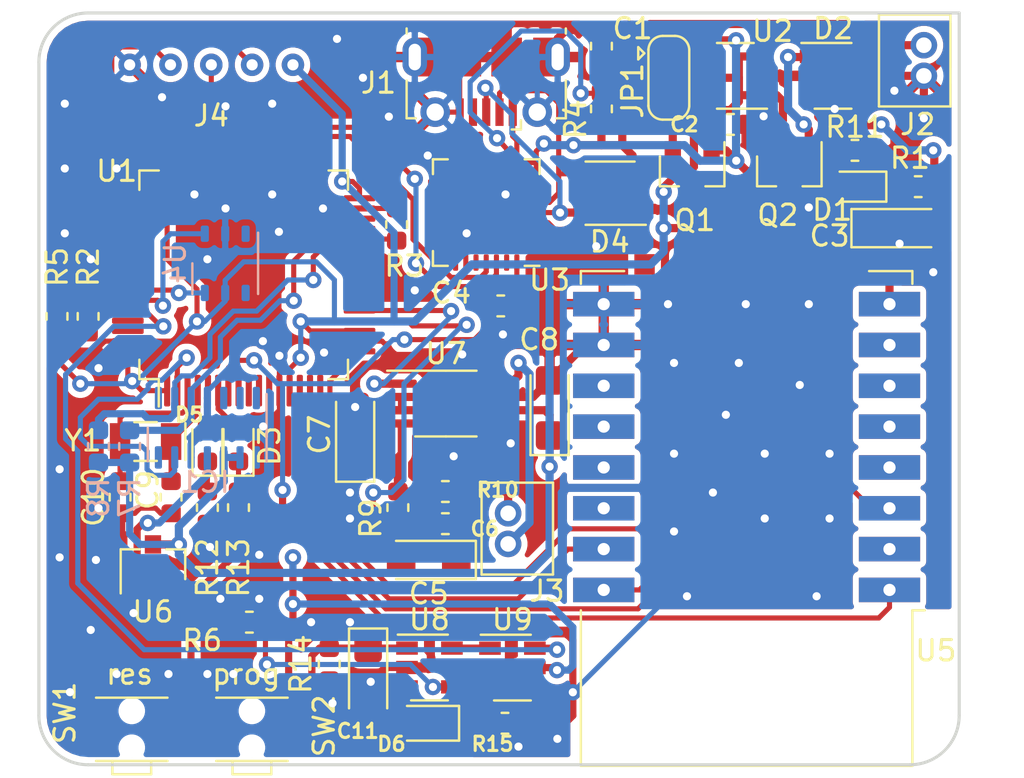
<source format=kicad_pcb>
(kicad_pcb (version 20171130) (host pcbnew "(5.1.5)-3")
  (layers (0 F.Cu signal) (31 B.Cu signal) (34 B.Paste user hide) (35 F.Paste user hide) (36 B.SilkS user) (37 F.SilkS user) (38 B.Mask user) (39 F.Mask user) (44 Edge.Cuts user))
  (net 0 "")
  (net 1 GND)
  (net 2 +5V)
  (net 3 "Net-(C2-Pad1)")
  (net 4 +3V3)
  (net 5 "Net-(D1-Pad1)")
  (net 6 "Net-(D2-Pad3)")
  (net 7 /Rst_wifi)
  (net 8 /En_wifi)
  (net 9 "Net-(R3-Pad2)")
  (net 10 "Net-(R4-Pad1)")
  (net 11 /DIO)
  (net 12 /CLK)
  (net 13 "Net-(C4-Pad2)")
  (net 14 /res)
  (net 15 /audio)
  (net 16 "Net-(C5-Pad1)")
  (net 17 "Net-(C6-Pad2)")
  (net 18 "Net-(C6-Pad1)")
  (net 19 "Net-(C7-Pad1)")
  (net 20 "Net-(C10-Pad1)")
  (net 21 "Net-(D2-Pad5)")
  (net 22 "Net-(D3-Pad2)")
  (net 23 "Net-(D3-Pad1)")
  (net 24 "Net-(D4-Pad4)")
  (net 25 "Net-(D4-Pad3)")
  (net 26 "Net-(D5-Pad2)")
  (net 27 "Net-(D5-Pad1)")
  (net 28 "Net-(IC1-Pad11)")
  (net 29 /SDA_puls)
  (net 30 /SCL_puls)
  (net 31 "Net-(J3-Pad1)")
  (net 32 /SWO)
  (net 33 "Net-(Q1-Pad3)")
  (net 34 /SDA_temp)
  (net 35 /SCL_temp)
  (net 36 /Tx_debug)
  (net 37 /Rx_debug)
  (net 38 /audio_on)
  (net 39 /Rx_wifi)
  (net 40 /Tx_wifi)
  (net 41 "Net-(C9-Pad1)")
  (net 42 "Net-(C11-Pad1)")
  (net 43 "Net-(D6-Pad2)")
  (net 44 /res_prog)
  (net 45 /boot0)
  (net 46 "Net-(U8-Pad6)")
  (net 47 /int_puls)
  (module body_temp:MSOP-8-1EP_3x3mm_P0.65mm_EP1.95x2.15mm (layer F.Cu) (at 34.544 33.741)
    (fp_text reference U7 (at 0 -2.45) (layer F.SilkS))
    (fp_text value TPA301)
    (pad 9 smd roundrect (at 0 0) (size 1.95 2.15) (layers F.Cu F.Mask) (roundrect_rratio 0.128205))
    (pad 1 smd roundrect (at -2.15 -0.975) (size 1.45 0.4) (layers F.Cu F.Paste F.Mask) (net 38 /audio_on))
    (pad 2 smd roundrect (at -2.15 -0.325) (size 1.45 0.4) (layers F.Cu F.Paste F.Mask) (net 19 "Net-(C7-Pad1)"))
    (pad 3 smd roundrect (at -2.15 0.325) (size 1.45 0.4) (layers F.Cu F.Paste F.Mask) (net 19 "Net-(C7-Pad1)"))
    (pad 4 smd roundrect (at -2.15 0.975) (size 1.45 0.4) (layers F.Cu F.Paste F.Mask) (net 17 "Net-(C6-Pad2)"))
    (pad 5 smd roundrect (at 2.15 0.975) (size 1.45 0.4) (layers F.Cu F.Paste F.Mask) (net 18 "Net-(C6-Pad1)"))
    (pad 6 smd roundrect (at 2.15 0.325) (size 1.45 0.4) (layers F.Cu F.Paste F.Mask) (net 4 +3V3))
    (pad 7 smd roundrect (at 2.15 -0.325) (size 1.45 0.4) (layers F.Cu F.Paste F.Mask) (net 1 GND))
    (pad 8 smd roundrect (at 2.15 -0.975) (size 1.45 0.4) (layers F.Cu F.Paste F.Mask) (net 31 "Net-(J3-Pad1)"))
  )
  (module body_temp:Maxim_OLGA-14_3.3x5.6mm_P0.8mm (layer B.Cu) (at 22.86 34.925 270)
    (fp_text reference IC1 (at 2.667 0.127) (layer B.SilkS) (effects (justify mirror)))
    (fp_text value MAX30102)
    (pad 14 smd roundrect (at 1.454 2.4 270) (size 1.1 0.35) (layers B.Cu B.Paste B.Mask))
    (pad 13 smd roundrect (at 1.454 1.6 270) (size 1.1 0.35) (layers B.Cu B.Paste B.Mask) (net 47 /int_puls))
    (pad 12 smd roundrect (at 1.454 0.8 270) (size 1.1 0.35) (layers B.Cu B.Paste B.Mask) (net 1 GND))
    (pad 11 smd roundrect (at 1.454 0 270) (size 1.1 0.35) (layers B.Cu B.Paste B.Mask) (net 28 "Net-(IC1-Pad11)"))
    (pad 10 smd roundrect (at 1.454 -0.8 270) (size 1.1 0.35) (layers B.Cu B.Paste B.Mask) (net 4 +3V3))
    (pad 9 smd roundrect (at 1.454 -1.6 270) (size 1.1 0.35) (layers B.Cu B.Paste B.Mask) (net 4 +3V3))
    (pad 8 smd roundrect (at 1.454 -2.4 270) (size 1.1 0.35) (layers B.Cu B.Paste B.Mask))
    (pad 7 smd roundrect (at -1.454 -2.4 270) (size 1.1 0.35) (layers B.Cu B.Paste B.Mask))
    (pad 6 smd roundrect (at -1.454 -1.6 270) (size 1.1 0.35) (layers B.Cu B.Paste B.Mask))
    (pad 5 smd roundrect (at -1.454 -0.8 270) (size 1.1 0.35) (layers B.Cu B.Paste B.Mask))
    (pad 4 smd roundrect (at -1.454 0 270) (size 1.1 0.35) (layers B.Cu B.Paste B.Mask) (net 1 GND))
    (pad 3 smd roundrect (at -1.454 0.8 270) (size 1.1 0.35) (layers B.Cu B.Paste B.Mask) (net 29 /SDA_puls))
    (pad 2 smd roundrect (at -1.454 1.6 270) (size 1.1 0.35) (layers B.Cu B.Paste B.Mask) (net 30 /SCL_puls))
    (pad 1 smd roundrect (at -1.454 2.4 270) (size 1.1 0.35) (layers B.Cu B.Paste B.Mask))
  )
  (module Package_TO_SOT_SMD:SOT-23-6 (layer F.Cu) (at 37.803 46.675)
    (fp_text reference U9 (at 0 -2.352) (layer F.SilkS))
    (fp_text value 74LVC2G14)
    (pad 5 smd rect (at 1.1 0) (size 1.06 0.65) (layers F.Cu F.Paste F.Mask) (net 4 +3V3))
    (pad 6 smd rect (at 1.1 -0.95) (size 1.06 0.65) (layers F.Cu F.Paste F.Mask) (net 45 /boot0))
    (pad 4 smd rect (at 1.1 0.95) (size 1.06 0.65) (layers F.Cu F.Paste F.Mask))
    (pad 3 smd rect (at -1.1 0.95) (size 1.06 0.65) (layers F.Cu F.Paste F.Mask))
    (pad 2 smd rect (at -1.1 0) (size 1.06 0.65) (layers F.Cu F.Paste F.Mask) (net 1 GND))
    (pad 1 smd rect (at -1.1 -0.95) (size 1.06 0.65) (layers F.Cu F.Paste F.Mask) (net 46 "Net-(U8-Pad6)"))
  )
  (module Package_TO_SOT_SMD:SOT-23-6 (layer F.Cu) (at 33.739 46.67)
    (fp_text reference U8 (at 0 -2.347) (layer F.SilkS))
    (fp_text value 74LVC2G14)
    (pad 5 smd rect (at 1.1 0) (size 1.06 0.65) (layers F.Cu F.Paste F.Mask) (net 4 +3V3))
    (pad 6 smd rect (at 1.1 -0.95) (size 1.06 0.65) (layers F.Cu F.Paste F.Mask) (net 46 "Net-(U8-Pad6)"))
    (pad 4 smd rect (at 1.1 0.95) (size 1.06 0.65) (layers F.Cu F.Paste F.Mask) (net 44 /res_prog))
    (pad 3 smd rect (at -1.1 0.95) (size 1.06 0.65) (layers F.Cu F.Paste F.Mask) (net 43 "Net-(D6-Pad2)"))
    (pad 2 smd rect (at -1.1 0) (size 1.06 0.65) (layers F.Cu F.Paste F.Mask) (net 1 GND))
    (pad 1 smd rect (at -1.1 -0.95) (size 1.06 0.65) (layers F.Cu F.Paste F.Mask) (net 42 "Net-(C11-Pad1)"))
  )
  (module body_temp:SW_SPST_EVQP7C (layer F.Cu) (at 25.041 49.699)
    (fp_text reference SW2 (at 3.534 -0.169 90) (layer F.SilkS))
    (fp_text value Prog_button)
    (pad 1 smd rect (at 1.8 -0.72) (size 1.4 1.05) (layers F.Cu F.Paste F.Mask) (net 4 +3V3))
    (pad 1 smd rect (at -1.8 -0.72) (size 1.4 1.05) (layers F.Cu F.Paste F.Mask) (net 4 +3V3))
    (pad 2 smd rect (at 1.8 0.72) (size 1.4 1.05) (layers F.Cu F.Paste F.Mask) (net 43 "Net-(D6-Pad2)"))
    (pad 2 smd rect (at -1.8 0.72) (size 1.4 1.05) (layers F.Cu F.Paste F.Mask) (net 43 "Net-(D6-Pad2)"))
    (pad "" np_thru_hole circle (at 0 -0.9) (size 0.7 0.7) (drill 0.7) (layers *.Cu *.Mask))
    (pad "" np_thru_hole circle (at 0 0.9) (size 0.7 0.7) (drill 0.7) (layers *.Cu *.Mask))
  )
  (module Resistor_SMD:R_0603_1608Metric (layer F.Cu) (at 37.4395 49.403 180)
    (fp_text reference R15 (at 0.6095 -1.016) (layer F.SilkS) (effects (font (size 0.7 0.7))))
    (fp_text value 10k)
    (pad 2 smd roundrect (at 0.7875 0 180) (size 0.875 0.95) (layers F.Cu F.Paste F.Mask) (net 43 "Net-(D6-Pad2)"))
    (pad 1 smd roundrect (at -0.7875 0 180) (size 0.875 0.95) (layers F.Cu F.Paste F.Mask) (net 1 GND))
  )
  (module Resistor_SMD:R_0603_1608Metric (layer F.Cu) (at 28.829 46.5075 270)
    (fp_text reference R14 (at 0 1.397 90) (layer F.SilkS))
    (fp_text value 50k)
    (pad 2 smd roundrect (at 0.7875 0 270) (size 0.875 0.95) (layers F.Cu F.Paste F.Mask) (net 1 GND))
    (pad 1 smd roundrect (at -0.7875 0 270) (size 0.875 0.95) (layers F.Cu F.Paste F.Mask) (net 42 "Net-(C11-Pad1)"))
  )
  (module Diode_SMD:D_SOD-323 (layer F.Cu) (at 33.689 49.403 180)
    (fp_text reference D6 (at 1.812 -1.016) (layer F.SilkS) (effects (font (size 0.7 0.7))))
    (fp_text value BAS316)
    (pad 2 smd rect (at 1.05 0 180) (size 0.6 0.45) (layers F.Cu F.Paste F.Mask) (net 43 "Net-(D6-Pad2)"))
    (pad 1 smd rect (at -1.05 0 180) (size 0.6 0.45) (layers F.Cu F.Paste F.Mask) (net 42 "Net-(C11-Pad1)"))
  )
  (module Capacitor_Tantalum_SMD:CP_EIA-3216-18_Kemet-A (layer F.Cu) (at 30.734 47.07 270)
    (fp_text reference C11 (at 2.714 0.508) (layer F.SilkS) (effects (font (size 0.7 0.7))))
    (fp_text value 10uF)
    (pad 2 smd roundrect (at 1.35 0 270) (size 1.4 1.35) (layers F.Cu F.Paste F.Mask) (roundrect_rratio 0.185185) (net 1 GND))
    (pad 1 smd roundrect (at -1.35 0 270) (size 1.4 1.35) (layers F.Cu F.Paste F.Mask) (roundrect_rratio 0.185185) (net 42 "Net-(C11-Pad1)"))
  )
  (module Resistor_SMD:R_0603_1608Metric (layer F.Cu) (at 34.5185 38.049 180)
    (fp_text reference R10 (at -2.5655 0.076) (layer F.SilkS) (effects (font (size 0.7 0.7))))
    (fp_text value 50k)
    (pad 2 smd roundrect (at 0.7875 0 180) (size 0.875 0.95) (layers F.Cu F.Paste F.Mask) (net 17 "Net-(C6-Pad2)"))
    (pad 1 smd roundrect (at -0.7875 0 180) (size 0.875 0.95) (layers F.Cu F.Paste F.Mask) (net 18 "Net-(C6-Pad1)"))
  )
  (module Capacitor_Tantalum_SMD:CP_EIA-3216-18_Kemet-A (layer F.Cu) (at 56.722 25.146)
    (fp_text reference C3 (at -3.382 0.381) (layer F.SilkS))
    (fp_text value 1uF)
    (pad 2 smd roundrect (at 1.35 0) (size 1.4 1.35) (layers F.Cu F.Paste F.Mask) (roundrect_rratio 0.185185) (net 1 GND))
    (pad 1 smd roundrect (at -1.35 0) (size 1.4 1.35) (layers F.Cu F.Paste F.Mask) (roundrect_rratio 0.185185) (net 4 +3V3))
  )
  (module Crystal:Crystal_SMD_G8-2Pin_3.2x1.5mm (layer F.Cu) (at 19.832 35.6 180)
    (fp_text reference Y1 (at 3.068 0.04) (layer F.SilkS))
    (fp_text value Crystal)
    (pad 2 smd rect (at 1.25 0 180) (size 1 1.8) (layers F.Cu F.Paste F.Mask) (net 20 "Net-(C10-Pad1)"))
    (pad 1 smd rect (at -1.25 0 180) (size 1 1.8) (layers F.Cu F.Paste F.Mask) (net 41 "Net-(C9-Pad1)"))
  )
  (module Package_TO_SOT_SMD:SOT-23 (layer F.Cu) (at 20.193 41.64 90)
    (fp_text reference U6 (at -2.302 0) (layer F.SilkS))
    (fp_text value MCP1700-1202E_SOT23)
    (pad 3 smd rect (at 1 0 90) (size 0.9 0.8) (layers F.Cu F.Paste F.Mask) (net 4 +3V3))
    (pad 2 smd rect (at -1 0.95 90) (size 0.9 0.8) (layers F.Cu F.Paste F.Mask) (net 28 "Net-(IC1-Pad11)"))
    (pad 1 smd rect (at -1 -0.95 90) (size 0.9 0.8) (layers F.Cu F.Paste F.Mask) (net 1 GND))
  )
  (module body_temp:ESP-12E (layer F.Cu) (at 49.276 39.37 180)
    (fp_text reference U5 (at -9.271 -6.477) (layer F.SilkS))
    (fp_text value ESP-12F)
    (pad 1 thru_hole rect (at -7 -3.5 180) (size 3 1.2) (drill 0.6) (layers *.Cu *.Mask) (net 7 /Rst_wifi))
    (pad 2 thru_hole rect (at -7 -1.5 180) (size 3 1.2) (drill 0.6) (layers *.Cu *.Mask))
    (pad 3 thru_hole rect (at -7 0.5 180) (size 3 1.2) (drill 0.6) (layers *.Cu *.Mask) (net 8 /En_wifi))
    (pad 4 thru_hole rect (at -7 2.5 180) (size 3 1.2) (drill 0.6) (layers *.Cu *.Mask))
    (pad 5 thru_hole rect (at -7 4.5 180) (size 3 1.2) (drill 0.6) (layers *.Cu *.Mask))
    (pad 6 thru_hole rect (at -7 6.5 180) (size 3 1.2) (drill 0.6) (layers *.Cu *.Mask))
    (pad 7 thru_hole rect (at -7 8.5 180) (size 3 1.2) (drill 0.6) (layers *.Cu *.Mask))
    (pad 8 thru_hole rect (at -7 10.5 180) (size 3 1.2) (drill 0.6) (layers *.Cu *.Mask) (net 4 +3V3))
    (pad 9 smd rect (at -5 12.45 180) (size 1 1) (layers F.Cu F.Paste F.Mask))
    (pad 10 smd rect (at -3 12.45 180) (size 1 1) (layers F.Cu F.Paste F.Mask))
    (pad 11 smd rect (at -1 12.45 180) (size 1 1) (layers F.Cu F.Paste F.Mask))
    (pad 12 smd rect (at 1 12.45 180) (size 1 1) (layers F.Cu F.Paste F.Mask))
    (pad 13 smd rect (at 3 12.45 180) (size 1 1) (layers F.Cu F.Paste F.Mask))
    (pad 14 smd rect (at 5 12.45 180) (size 1 1) (layers F.Cu F.Paste F.Mask))
    (pad 15 thru_hole rect (at 7 10.5 180) (size 3 1.2) (drill 0.6) (layers *.Cu *.Mask) (net 1 GND))
    (pad 16 thru_hole rect (at 7 8.5 180) (size 3 1.2) (drill 0.6) (layers *.Cu *.Mask) (net 1 GND))
    (pad 17 thru_hole rect (at 7 6.5 180) (size 3 1.2) (drill 0.6) (layers *.Cu *.Mask))
    (pad 18 thru_hole rect (at 7 4.5 180) (size 3 1.2) (drill 0.6) (layers *.Cu *.Mask))
    (pad 19 thru_hole rect (at 7 2.5 180) (size 3 1.2) (drill 0.6) (layers *.Cu *.Mask))
    (pad 20 thru_hole rect (at 7 0.5 180) (size 3 1.2) (drill 0.6) (layers *.Cu *.Mask))
    (pad 21 thru_hole rect (at 7 -1.5 180) (size 3 1.2) (drill 0.6) (layers *.Cu *.Mask) (net 40 /Tx_wifi))
    (pad 22 thru_hole rect (at 7 -3.5 180) (size 3 1.2) (drill 0.6) (layers *.Cu *.Mask) (net 39 /Rx_wifi))
  )
  (module body_temp:DFN-6-1EP_3x3mm_P1mm_EP1.5x2.4mm (layer B.Cu) (at 23.733 26.871 270)
    (fp_text reference U4 (at 0 2.45 90) (layer B.SilkS) (effects (justify mirror)))
    (fp_text value Si7051-A20)
    (pad 6 smd roundrect (at 1.45 1 270) (size 0.8 0.4) (layers B.Cu B.Paste B.Mask) (net 35 /SCL_temp))
    (pad 5 smd roundrect (at 1.45 0 270) (size 0.8 0.4) (layers B.Cu B.Paste B.Mask) (net 4 +3V3))
    (pad 4 smd roundrect (at 1.45 -1 270) (size 0.8 0.4) (layers B.Cu B.Paste B.Mask))
    (pad 3 smd roundrect (at -1.45 -1 270) (size 0.8 0.4) (layers B.Cu B.Paste B.Mask))
    (pad 2 smd roundrect (at -1.45 0 270) (size 0.8 0.4) (layers B.Cu B.Paste B.Mask) (net 1 GND))
    (pad 1 smd roundrect (at -1.45 1 270) (size 0.8 0.4) (layers B.Cu B.Paste B.Mask) (net 34 /SDA_temp))
  )
  (module Package_DFN_QFN:QFN-28-1EP_5x5mm_P0.5mm_EP3.35x3.35mm (layer F.Cu) (at 36.52 24.384 180)
    (fp_text reference U3 (at -3.104 -3.302) (layer F.SilkS))
    (fp_text value CP2102N-A01-GQFN28)
    (pad 28 smd roundrect (at -1.5 -2.45 180) (size 0.25 0.8) (layers F.Cu F.Paste F.Mask) (net 13 "Net-(C4-Pad2)"))
    (pad 27 smd roundrect (at -1 -2.45 180) (size 0.25 0.8) (layers F.Cu F.Paste F.Mask))
    (pad 26 smd roundrect (at -0.5 -2.45 180) (size 0.25 0.8) (layers F.Cu F.Paste F.Mask) (net 36 /Tx_debug))
    (pad 25 smd roundrect (at 0 -2.45 180) (size 0.25 0.8) (layers F.Cu F.Paste F.Mask) (net 37 /Rx_debug))
    (pad 24 smd roundrect (at 0.5 -2.45 180) (size 0.25 0.8) (layers F.Cu F.Paste F.Mask))
    (pad 23 smd roundrect (at 1 -2.45 180) (size 0.25 0.8) (layers F.Cu F.Paste F.Mask))
    (pad 22 smd roundrect (at 1.5 -2.45 180) (size 0.25 0.8) (layers F.Cu F.Paste F.Mask))
    (pad 21 smd roundrect (at 2.45 -1.5 180) (size 0.8 0.25) (layers F.Cu F.Paste F.Mask))
    (pad 20 smd roundrect (at 2.45 -1 180) (size 0.8 0.25) (layers F.Cu F.Paste F.Mask))
    (pad 19 smd roundrect (at 2.45 -0.5 180) (size 0.8 0.25) (layers F.Cu F.Paste F.Mask))
    (pad 18 smd roundrect (at 2.45 0 180) (size 0.8 0.25) (layers F.Cu F.Paste F.Mask))
    (pad 17 smd roundrect (at 2.45 0.5 180) (size 0.8 0.25) (layers F.Cu F.Paste F.Mask))
    (pad 16 smd roundrect (at 2.45 1 180) (size 0.8 0.25) (layers F.Cu F.Paste F.Mask))
    (pad 15 smd roundrect (at 2.45 1.5 180) (size 0.8 0.25) (layers F.Cu F.Paste F.Mask))
    (pad 14 smd roundrect (at 1.5 2.45 180) (size 0.25 0.8) (layers F.Cu F.Paste F.Mask))
    (pad 13 smd roundrect (at 1 2.45 180) (size 0.25 0.8) (layers F.Cu F.Paste F.Mask))
    (pad 12 smd roundrect (at 0.5 2.45 180) (size 0.25 0.8) (layers F.Cu F.Paste F.Mask))
    (pad 11 smd roundrect (at 0 2.45 180) (size 0.25 0.8) (layers F.Cu F.Paste F.Mask))
    (pad 10 smd roundrect (at -0.5 2.45 180) (size 0.25 0.8) (layers F.Cu F.Paste F.Mask))
    (pad 9 smd roundrect (at -1 2.45 180) (size 0.25 0.8) (layers F.Cu F.Paste F.Mask) (net 10 "Net-(R4-Pad1)"))
    (pad 8 smd roundrect (at -1.5 2.45 180) (size 0.25 0.8) (layers F.Cu F.Paste F.Mask) (net 2 +5V))
    (pad 7 smd roundrect (at -2.45 1.5 180) (size 0.8 0.25) (layers F.Cu F.Paste F.Mask) (net 2 +5V))
    (pad 6 smd roundrect (at -2.45 1 180) (size 0.8 0.25) (layers F.Cu F.Paste F.Mask))
    (pad 5 smd roundrect (at -2.45 0.5 180) (size 0.8 0.25) (layers F.Cu F.Paste F.Mask) (net 25 "Net-(D4-Pad3)"))
    (pad 4 smd roundrect (at -2.45 0 180) (size 0.8 0.25) (layers F.Cu F.Paste F.Mask) (net 24 "Net-(D4-Pad4)"))
    (pad 3 smd roundrect (at -2.45 -0.5 180) (size 0.8 0.25) (layers F.Cu F.Paste F.Mask) (net 1 GND))
    (pad 2 smd roundrect (at -2.45 -1 180) (size 0.8 0.25) (layers F.Cu F.Paste F.Mask))
    (pad 1 smd roundrect (at -2.45 -1.5 180) (size 0.8 0.25) (layers F.Cu F.Paste F.Mask))
    (pad 29 smd roundrect (at 0 0 180) (size 3.35 3.35) (layers F.Cu F.Mask) (roundrect_rratio 0.074627) (net 1 GND))
  )
  (module Package_TO_SOT_SMD:SOT-23-5 (layer F.Cu) (at 48.725 17.685 180)
    (fp_text reference U2 (at -1.821 2.191) (layer F.SilkS))
    (fp_text value LP5907MFX-3.3)
    (pad 5 smd rect (at 1.1 -0.95 180) (size 1.06 0.65) (layers F.Cu F.Paste F.Mask) (net 4 +3V3))
    (pad 4 smd rect (at 1.1 0.95 180) (size 1.06 0.65) (layers F.Cu F.Paste F.Mask))
    (pad 3 smd rect (at -1.1 0.95 180) (size 1.06 0.65) (layers F.Cu F.Paste F.Mask) (net 3 "Net-(C2-Pad1)"))
    (pad 2 smd rect (at -1.1 0 180) (size 1.06 0.65) (layers F.Cu F.Paste F.Mask) (net 1 GND))
    (pad 1 smd rect (at -1.1 -0.95 180) (size 1.06 0.65) (layers F.Cu F.Paste F.Mask) (net 3 "Net-(C2-Pad1)"))
  )
  (module Package_QFP:LQFP-64_10x10mm_P0.5mm (layer F.Cu) (at 24.638 27.432 90)
    (fp_text reference U1 (at 5.08 -6.223 180) (layer F.SilkS))
    (fp_text value STM32F103RCTx)
    (pad 64 smd roundrect (at -3.75 -5.675 90) (size 0.3 1.55) (layers F.Cu F.Paste F.Mask) (net 4 +3V3))
    (pad 63 smd roundrect (at -3.25 -5.675 90) (size 0.3 1.55) (layers F.Cu F.Paste F.Mask) (net 1 GND))
    (pad 62 smd roundrect (at -2.75 -5.675 90) (size 0.3 1.55) (layers F.Cu F.Paste F.Mask))
    (pad 61 smd roundrect (at -2.25 -5.675 90) (size 0.3 1.55) (layers F.Cu F.Paste F.Mask))
    (pad 60 smd roundrect (at -1.75 -5.675 90) (size 0.3 1.55) (layers F.Cu F.Paste F.Mask) (net 45 /boot0))
    (pad 59 smd roundrect (at -1.25 -5.675 90) (size 0.3 1.55) (layers F.Cu F.Paste F.Mask) (net 34 /SDA_temp))
    (pad 58 smd roundrect (at -0.75 -5.675 90) (size 0.3 1.55) (layers F.Cu F.Paste F.Mask) (net 35 /SCL_temp))
    (pad 57 smd roundrect (at -0.25 -5.675 90) (size 0.3 1.55) (layers F.Cu F.Paste F.Mask))
    (pad 56 smd roundrect (at 0.25 -5.675 90) (size 0.3 1.55) (layers F.Cu F.Paste F.Mask))
    (pad 55 smd roundrect (at 0.75 -5.675 90) (size 0.3 1.55) (layers F.Cu F.Paste F.Mask) (net 32 /SWO))
    (pad 54 smd roundrect (at 1.25 -5.675 90) (size 0.3 1.55) (layers F.Cu F.Paste F.Mask))
    (pad 53 smd roundrect (at 1.75 -5.675 90) (size 0.3 1.55) (layers F.Cu F.Paste F.Mask))
    (pad 52 smd roundrect (at 2.25 -5.675 90) (size 0.3 1.55) (layers F.Cu F.Paste F.Mask))
    (pad 51 smd roundrect (at 2.75 -5.675 90) (size 0.3 1.55) (layers F.Cu F.Paste F.Mask))
    (pad 50 smd roundrect (at 3.25 -5.675 90) (size 0.3 1.55) (layers F.Cu F.Paste F.Mask))
    (pad 49 smd roundrect (at 3.75 -5.675 90) (size 0.3 1.55) (layers F.Cu F.Paste F.Mask) (net 12 /CLK))
    (pad 48 smd roundrect (at 5.675 -3.75 90) (size 1.55 0.3) (layers F.Cu F.Paste F.Mask) (net 4 +3V3))
    (pad 47 smd roundrect (at 5.675 -3.25 90) (size 1.55 0.3) (layers F.Cu F.Paste F.Mask) (net 1 GND))
    (pad 46 smd roundrect (at 5.675 -2.75 90) (size 1.55 0.3) (layers F.Cu F.Paste F.Mask) (net 11 /DIO))
    (pad 45 smd roundrect (at 5.675 -2.25 90) (size 1.55 0.3) (layers F.Cu F.Paste F.Mask))
    (pad 44 smd roundrect (at 5.675 -1.75 90) (size 1.55 0.3) (layers F.Cu F.Paste F.Mask))
    (pad 43 smd roundrect (at 5.675 -1.25 90) (size 1.55 0.3) (layers F.Cu F.Paste F.Mask) (net 36 /Tx_debug))
    (pad 42 smd roundrect (at 5.675 -0.75 90) (size 1.55 0.3) (layers F.Cu F.Paste F.Mask) (net 37 /Rx_debug))
    (pad 41 smd roundrect (at 5.675 -0.25 90) (size 1.55 0.3) (layers F.Cu F.Paste F.Mask))
    (pad 40 smd roundrect (at 5.675 0.25 90) (size 1.55 0.3) (layers F.Cu F.Paste F.Mask))
    (pad 39 smd roundrect (at 5.675 0.75 90) (size 1.55 0.3) (layers F.Cu F.Paste F.Mask))
    (pad 38 smd roundrect (at 5.675 1.25 90) (size 1.55 0.3) (layers F.Cu F.Paste F.Mask))
    (pad 37 smd roundrect (at 5.675 1.75 90) (size 1.55 0.3) (layers F.Cu F.Paste F.Mask))
    (pad 36 smd roundrect (at 5.675 2.25 90) (size 1.55 0.3) (layers F.Cu F.Paste F.Mask))
    (pad 35 smd roundrect (at 5.675 2.75 90) (size 1.55 0.3) (layers F.Cu F.Paste F.Mask))
    (pad 34 smd roundrect (at 5.675 3.25 90) (size 1.55 0.3) (layers F.Cu F.Paste F.Mask))
    (pad 33 smd roundrect (at 5.675 3.75 90) (size 1.55 0.3) (layers F.Cu F.Paste F.Mask))
    (pad 32 smd roundrect (at 3.75 5.675 90) (size 0.3 1.55) (layers F.Cu F.Paste F.Mask) (net 4 +3V3))
    (pad 31 smd roundrect (at 3.25 5.675 90) (size 0.3 1.55) (layers F.Cu F.Paste F.Mask) (net 1 GND))
    (pad 30 smd roundrect (at 2.75 5.675 90) (size 0.3 1.55) (layers F.Cu F.Paste F.Mask) (net 29 /SDA_puls))
    (pad 29 smd roundrect (at 2.25 5.675 90) (size 0.3 1.55) (layers F.Cu F.Paste F.Mask) (net 30 /SCL_puls))
    (pad 28 smd roundrect (at 1.75 5.675 90) (size 0.3 1.55) (layers F.Cu F.Paste F.Mask) (net 9 "Net-(R3-Pad2)"))
    (pad 27 smd roundrect (at 1.25 5.675 90) (size 0.3 1.55) (layers F.Cu F.Paste F.Mask))
    (pad 26 smd roundrect (at 0.75 5.675 90) (size 0.3 1.55) (layers F.Cu F.Paste F.Mask))
    (pad 25 smd roundrect (at 0.25 5.675 90) (size 0.3 1.55) (layers F.Cu F.Paste F.Mask))
    (pad 24 smd roundrect (at -0.25 5.675 90) (size 0.3 1.55) (layers F.Cu F.Paste F.Mask))
    (pad 23 smd roundrect (at -0.75 5.675 90) (size 0.3 1.55) (layers F.Cu F.Paste F.Mask))
    (pad 22 smd roundrect (at -1.25 5.675 90) (size 0.3 1.55) (layers F.Cu F.Paste F.Mask))
    (pad 21 smd roundrect (at -1.75 5.675 90) (size 0.3 1.55) (layers F.Cu F.Paste F.Mask) (net 38 /audio_on))
    (pad 20 smd roundrect (at -2.25 5.675 90) (size 0.3 1.55) (layers F.Cu F.Paste F.Mask) (net 15 /audio))
    (pad 19 smd roundrect (at -2.75 5.675 90) (size 0.3 1.55) (layers F.Cu F.Paste F.Mask) (net 4 +3V3))
    (pad 18 smd roundrect (at -3.25 5.675 90) (size 0.3 1.55) (layers F.Cu F.Paste F.Mask) (net 1 GND))
    (pad 17 smd roundrect (at -3.75 5.675 90) (size 0.3 1.55) (layers F.Cu F.Paste F.Mask) (net 39 /Rx_wifi))
    (pad 16 smd roundrect (at -5.675 3.75 90) (size 1.55 0.3) (layers F.Cu F.Paste F.Mask) (net 40 /Tx_wifi))
    (pad 15 smd roundrect (at -5.675 3.25 90) (size 1.55 0.3) (layers F.Cu F.Paste F.Mask) (net 8 /En_wifi))
    (pad 14 smd roundrect (at -5.675 2.75 90) (size 1.55 0.3) (layers F.Cu F.Paste F.Mask) (net 7 /Rst_wifi))
    (pad 13 smd roundrect (at -5.675 2.25 90) (size 1.55 0.3) (layers F.Cu F.Paste F.Mask) (net 4 +3V3))
    (pad 12 smd roundrect (at -5.675 1.75 90) (size 1.55 0.3) (layers F.Cu F.Paste F.Mask) (net 1 GND))
    (pad 11 smd roundrect (at -5.675 1.25 90) (size 1.55 0.3) (layers F.Cu F.Paste F.Mask))
    (pad 10 smd roundrect (at -5.675 0.75 90) (size 1.55 0.3) (layers F.Cu F.Paste F.Mask))
    (pad 9 smd roundrect (at -5.675 0.25 90) (size 1.55 0.3) (layers F.Cu F.Paste F.Mask))
    (pad 8 smd roundrect (at -5.675 -0.25 90) (size 1.55 0.3) (layers F.Cu F.Paste F.Mask))
    (pad 7 smd roundrect (at -5.675 -0.75 90) (size 1.55 0.3) (layers F.Cu F.Paste F.Mask) (net 14 /res))
    (pad 6 smd roundrect (at -5.675 -1.25 90) (size 1.55 0.3) (layers F.Cu F.Paste F.Mask) (net 22 "Net-(D3-Pad2)"))
    (pad 5 smd roundrect (at -5.675 -1.75 90) (size 1.55 0.3) (layers F.Cu F.Paste F.Mask) (net 26 "Net-(D5-Pad2)"))
    (pad 4 smd roundrect (at -5.675 -2.25 90) (size 1.55 0.3) (layers F.Cu F.Paste F.Mask) (net 41 "Net-(C9-Pad1)"))
    (pad 3 smd roundrect (at -5.675 -2.75 90) (size 1.55 0.3) (layers F.Cu F.Paste F.Mask) (net 20 "Net-(C10-Pad1)"))
    (pad 2 smd roundrect (at -5.675 -3.25 90) (size 1.55 0.3) (layers F.Cu F.Paste F.Mask) (net 47 /int_puls))
    (pad 1 smd roundrect (at -5.675 -3.75 90) (size 1.55 0.3) (layers F.Cu F.Paste F.Mask) (net 4 +3V3))
  )
  (module body_temp:SW_SPST_EVQP7C (layer F.Cu) (at 19.155 49.699)
    (fp_text reference SW1 (at -3.28 -0.804 90) (layer F.SilkS))
    (fp_text value Res_button)
    (pad 1 smd rect (at 1.8 -0.72) (size 1.4 1.05) (layers F.Cu F.Paste F.Mask) (net 1 GND))
    (pad 1 smd rect (at -1.8 -0.72) (size 1.4 1.05) (layers F.Cu F.Paste F.Mask) (net 1 GND))
    (pad 2 smd rect (at 1.8 0.72) (size 1.4 1.05) (layers F.Cu F.Paste F.Mask) (net 14 /res))
    (pad 2 smd rect (at -1.8 0.72) (size 1.4 1.05) (layers F.Cu F.Paste F.Mask) (net 14 /res))
    (pad "" np_thru_hole circle (at 0 -0.9) (size 0.7 0.7) (drill 0.7) (layers *.Cu *.Mask))
    (pad "" np_thru_hole circle (at 0 0.9) (size 0.7 0.7) (drill 0.7) (layers *.Cu *.Mask))
  )
  (module Resistor_SMD:R_0603_1608Metric (layer F.Cu) (at 24.384 38.8365 270)
    (fp_text reference R13 (at 2.9465 0 90) (layer F.SilkS))
    (fp_text value 1k)
    (pad 2 smd roundrect (at 0.7875 0 270) (size 0.875 0.95) (layers F.Cu F.Paste F.Mask) (net 1 GND))
    (pad 1 smd roundrect (at -0.7875 0 270) (size 0.875 0.95) (layers F.Cu F.Paste F.Mask) (net 23 "Net-(D3-Pad1)"))
  )
  (module Resistor_SMD:R_0603_1608Metric (layer F.Cu) (at 22.86 38.8365 270)
    (fp_text reference R12 (at 2.9465 0 90) (layer F.SilkS))
    (fp_text value 1k)
    (pad 2 smd roundrect (at 0.7875 0 270) (size 0.875 0.95) (layers F.Cu F.Paste F.Mask) (net 1 GND))
    (pad 1 smd roundrect (at -0.7875 0 270) (size 0.875 0.95) (layers F.Cu F.Paste F.Mask) (net 27 "Net-(D5-Pad1)"))
  )
  (module Resistor_SMD:R_0603_1608Metric (layer F.Cu) (at 54.5845 21.336 180)
    (fp_text reference R11 (at 0 1.143) (layer F.SilkS))
    (fp_text value 10k)
    (pad 2 smd roundrect (at 0.7875 0 180) (size 0.875 0.95) (layers F.Cu F.Paste F.Mask) (net 2 +5V))
    (pad 1 smd roundrect (at -0.7875 0 180) (size 0.875 0.95) (layers F.Cu F.Paste F.Mask) (net 1 GND))
  )
  (module Resistor_SMD:R_0603_1608Metric (layer F.Cu) (at 32.192 38.8365 90)
    (fp_text reference R9 (at -0.5335 -1.331 90) (layer F.SilkS))
    (fp_text value 10k)
    (pad 2 smd roundrect (at 0.7875 0 90) (size 0.875 0.95) (layers F.Cu F.Paste F.Mask) (net 17 "Net-(C6-Pad2)"))
    (pad 1 smd roundrect (at -0.7875 0 90) (size 0.875 0.95) (layers F.Cu F.Paste F.Mask) (net 16 "Net-(C5-Pad1)"))
  )
  (module Resistor_SMD:R_0603_1608Metric (layer B.Cu) (at 17.526 35.8395 270)
    (fp_text reference R8 (at 2.5145 0 90) (layer B.SilkS) (effects (justify mirror)))
    (fp_text value 10k)
    (pad 2 smd roundrect (at 0.7875 0 270) (size 0.875 0.95) (layers B.Cu B.Paste B.Mask) (net 4 +3V3))
    (pad 1 smd roundrect (at -0.7875 0 270) (size 0.875 0.95) (layers B.Cu B.Paste B.Mask) (net 30 /SCL_puls))
  )
  (module Resistor_SMD:R_0603_1608Metric (layer B.Cu) (at 19.05 35.8395 270)
    (fp_text reference R7 (at 2.5145 0 270) (layer B.SilkS) (effects (justify mirror)))
    (fp_text value 10k)
    (pad 2 smd roundrect (at 0.7875 0 270) (size 0.875 0.95) (layers B.Cu B.Paste B.Mask) (net 4 +3V3))
    (pad 1 smd roundrect (at -0.7875 0 270) (size 0.875 0.95) (layers B.Cu B.Paste B.Mask) (net 29 /SDA_puls))
  )
  (module Resistor_SMD:R_0603_1608Metric (layer F.Cu) (at 24.9175 44.45)
    (fp_text reference R6 (at -2.3115 0.889) (layer F.SilkS))
    (fp_text value 10k)
    (pad 2 smd roundrect (at 0.7875 0) (size 0.875 0.95) (layers F.Cu F.Paste F.Mask) (net 44 /res_prog))
    (pad 1 smd roundrect (at -0.7875 0) (size 0.875 0.95) (layers F.Cu F.Paste F.Mask) (net 14 /res))
  )
  (module Resistor_SMD:R_0603_1608Metric (layer F.Cu) (at 15.494 29.4695 270)
    (fp_text reference R5 (at -2.4185 0 90) (layer F.SilkS))
    (fp_text value 10k)
    (pad 2 smd roundrect (at 0.7875 0 270) (size 0.875 0.95) (layers F.Cu F.Paste F.Mask) (net 4 +3V3))
    (pad 1 smd roundrect (at -0.7875 0 270) (size 0.875 0.95) (layers F.Cu F.Paste F.Mask) (net 35 /SCL_temp))
  )
  (module Resistor_SMD:R_0603_1608Metric (layer F.Cu) (at 42.164 19.304 270)
    (fp_text reference R4 (at 0.508 1.27 90) (layer F.SilkS))
    (fp_text value 10k)
    (pad 2 smd roundrect (at 0.7875 0 270) (size 0.875 0.95) (layers F.Cu F.Paste F.Mask) (net 2 +5V))
    (pad 1 smd roundrect (at -0.7875 0 270) (size 0.875 0.95) (layers F.Cu F.Paste F.Mask) (net 10 "Net-(R4-Pad1)"))
  )
  (module Resistor_SMD:R_0603_1608Metric (layer F.Cu) (at 32.131 24.9695 270)
    (fp_text reference R3 (at 2.032 -0.381 180) (layer F.SilkS))
    (fp_text value 10k)
    (pad 2 smd roundrect (at 0.7875 0 270) (size 0.875 0.95) (layers F.Cu F.Paste F.Mask) (net 9 "Net-(R3-Pad2)"))
    (pad 1 smd roundrect (at -0.7875 0 270) (size 0.875 0.95) (layers F.Cu F.Paste F.Mask) (net 1 GND))
  )
  (module Resistor_SMD:R_0603_1608Metric (layer F.Cu) (at 17.018 29.4695 270)
    (fp_text reference R2 (at -2.4185 0 90) (layer F.SilkS))
    (fp_text value 10k)
    (pad 2 smd roundrect (at 0.7875 0 270) (size 0.875 0.95) (layers F.Cu F.Paste F.Mask) (net 4 +3V3))
    (pad 1 smd roundrect (at -0.7875 0 270) (size 0.875 0.95) (layers F.Cu F.Paste F.Mask) (net 34 /SDA_temp))
  )
  (module Resistor_SMD:R_0603_1608Metric (layer F.Cu) (at 57.6835 23.114)
    (fp_text reference R1 (at -0.4065 -1.397) (layer F.SilkS))
    (fp_text value 1k)
    (pad 2 smd roundrect (at 0.7875 0) (size 0.875 0.95) (layers F.Cu F.Paste F.Mask) (net 6 "Net-(D2-Pad3)"))
    (pad 1 smd roundrect (at -0.7875 0) (size 0.875 0.95) (layers F.Cu F.Paste F.Mask) (net 5 "Net-(D1-Pad1)"))
  )
  (module Package_TO_SOT_SMD:SOT-23 (layer F.Cu) (at 51.369 22.336 270)
    (fp_text reference Q2 (at 2.175 0.569 180) (layer F.SilkS))
    (fp_text value IRLML6402)
    (pad 3 smd rect (at 1 0 270) (size 0.9 0.8) (layers F.Cu F.Paste F.Mask) (net 33 "Net-(Q1-Pad3)"))
    (pad 2 smd rect (at -1 0.95 270) (size 0.9 0.8) (layers F.Cu F.Paste F.Mask) (net 3 "Net-(C2-Pad1)"))
    (pad 1 smd rect (at -1 -0.95 270) (size 0.9 0.8) (layers F.Cu F.Paste F.Mask) (net 2 +5V))
  )
  (module Package_TO_SOT_SMD:SOT-23 (layer F.Cu) (at 46.609 22.336 270)
    (fp_text reference Q1 (at 2.429 -0.127 180) (layer F.SilkS))
    (fp_text value IRLML6402)
    (pad 3 smd rect (at 1 0 270) (size 0.9 0.8) (layers F.Cu F.Paste F.Mask) (net 33 "Net-(Q1-Pad3)"))
    (pad 2 smd rect (at -1 0.95 270) (size 0.9 0.8) (layers F.Cu F.Paste F.Mask) (net 21 "Net-(D2-Pad5)"))
    (pad 1 smd rect (at -1 -0.95 270) (size 0.9 0.8) (layers F.Cu F.Paste F.Mask) (net 2 +5V))
  )
  (module Jumper:SolderJumper-3_P1.3mm_Open_RoundedPad1.0x1.5mm (layer F.Cu) (at 45.466 17.78 270)
    (fp_text reference JP1 (at 0.635 1.778 90) (layer F.SilkS))
    (fp_text value SolderJumper_3_Open)
    (pad 2 smd rect (at 0 0 270) (size 1 1.5) (layers F.Cu F.Mask) (net 3 "Net-(C2-Pad1)"))
    (pad 3 smd custom (at 1.3 0 270) (size 1 0.5) (layers F.Cu F.Mask) (net 21 "Net-(D2-Pad5)") (options (clearance outline) (anchor rect)) (primitives (gr_circle (center 0 0.25) (end 0.5 0.25) (width 0)) (gr_circle (center 0 -0.25) (end 0.5 -0.25) (width 0)) (gr_poly (pts (xy -0.55 -0.75) (xy 0 -0.75) (xy 0 0.75) (xy -0.55 0.75)) (width 0))))
    (pad 1 smd custom (at -1.3 0 270) (size 1 0.5) (layers F.Cu F.Mask) (net 2 +5V) (options (clearance outline) (anchor rect)) (primitives (gr_circle (center 0 0.25) (end 0.5 0.25) (width 0)) (gr_circle (center 0 -0.25) (end 0.5 -0.25) (width 0)) (gr_poly (pts (xy 0.55 -0.75) (xy 0 -0.75) (xy 0 0.75) (xy 0.55 0.75)) (width 0))))
  )
  (module body_temp:ds1066-05m_2.0mm (layer F.Cu) (at 23.051 20.145 180)
    (fp_text reference J4 (at 0 0.5) (layer F.SilkS))
    (fp_text value ST-Link)
    (pad 5 thru_hole circle (at 4 3 180) (size 1.1 1.1) (drill 0.55) (layers *.Cu *.Mask) (net 1 GND))
    (pad 4 thru_hole circle (at 2 3 180) (size 1.1 1.1) (drill 0.55) (layers *.Cu *.Mask) (net 32 /SWO))
    (pad 3 thru_hole circle (at 0 3 180) (size 1.1 1.1) (drill 0.55) (layers *.Cu *.Mask) (net 11 /DIO))
    (pad 2 thru_hole circle (at -2 3 180) (size 1.1 1.1) (drill 0.55) (layers *.Cu *.Mask) (net 12 /CLK))
    (pad 1 thru_hole circle (at -4 3 180) (size 1.1 1.1) (drill 0.55) (layers *.Cu *.Mask) (net 4 +3V3))
  )
  (module body_temp:ZH_Conn_02x01 (layer F.Cu) (at 34.592 37.116 90)
    (fp_text reference J3 (at -5.81 4.905 180) (layer F.SilkS))
    (fp_text value "Динамик на плату")
    (pad 1 thru_hole circle (at -3.5 3 90) (size 1.3 1.3) (drill 0.762) (layers *.Cu *.Mask) (net 31 "Net-(J3-Pad1)"))
    (pad 2 thru_hole circle (at -2 3 90) (size 1.3 1.3) (drill 0.762) (layers *.Cu *.Mask) (net 18 "Net-(C6-Pad1)"))
  )
  (module body_temp:ZH_Conn_02x01 (layer F.Cu) (at 60.96 19.685 270)
    (fp_text reference J2 (at 0.381 3.302 180) (layer F.SilkS))
    (fp_text value "Аккумулятор  на плату")
    (pad 1 thru_hole circle (at -3.5 3 270) (size 1.3 1.3) (drill 0.762) (layers *.Cu *.Mask) (net 21 "Net-(D2-Pad5)"))
    (pad 2 thru_hole circle (at -2 3 270) (size 1.3 1.3) (drill 0.762) (layers *.Cu *.Mask) (net 1 GND))
  )
  (module Connector_USB:USB_Micro-B_Molex-105017-0001 (layer F.Cu) (at 36.52 18.0015 180)
    (fp_text reference J1 (at 5.278 -0.0325) (layer F.SilkS))
    (fp_text value USB_B_Micro)
    (pad 6 smd rect (at -2.9 1.2375 180) (size 1.2 1.9) (layers F.Cu F.Mask) (net 1 GND))
    (pad 6 smd rect (at 2.9 1.2375 180) (size 1.2 1.9) (layers F.Cu F.Mask) (net 1 GND))
    (pad 6 thru_hole oval (at 3.5 1.2375 180) (size 1.2 1.9) (drill oval 0.6 1.3) (layers *.Cu *.Mask) (net 1 GND))
    (pad 6 thru_hole oval (at -3.5 1.2375) (size 1.2 1.9) (drill oval 0.6 1.3) (layers *.Cu *.Mask) (net 1 GND))
    (pad 6 smd rect (at -1 1.2375 180) (size 1.5 1.9) (layers F.Cu F.Paste F.Mask) (net 1 GND))
    (pad 6 thru_hole circle (at 2.5 -1.4625 180) (size 1.45 1.45) (drill 0.85) (layers *.Cu *.Mask) (net 1 GND))
    (pad 3 smd rect (at 0 -1.4625 180) (size 0.4 1.35) (layers F.Cu F.Paste F.Mask) (net 24 "Net-(D4-Pad4)"))
    (pad 4 smd rect (at 0.65 -1.4625 180) (size 0.4 1.35) (layers F.Cu F.Paste F.Mask))
    (pad 5 smd rect (at 1.3 -1.4625 180) (size 0.4 1.35) (layers F.Cu F.Paste F.Mask) (net 1 GND))
    (pad 1 smd rect (at -1.3 -1.4625 180) (size 0.4 1.35) (layers F.Cu F.Paste F.Mask) (net 2 +5V))
    (pad 2 smd rect (at -0.65 -1.4625 180) (size 0.4 1.35) (layers F.Cu F.Paste F.Mask) (net 25 "Net-(D4-Pad3)"))
    (pad 6 thru_hole circle (at -2.5 -1.4625 180) (size 1.45 1.45) (drill 0.85) (layers *.Cu *.Mask) (net 1 GND))
    (pad 6 smd rect (at 1 1.2375 180) (size 1.5 1.9) (layers F.Cu F.Paste F.Mask) (net 1 GND))
  )
  (module LED_SMD:LED_0603_1608Metric (layer F.Cu) (at 22.86 35.7885 90)
    (fp_text reference D5 (at 1.4985 -0.889 180) (layer F.SilkS) (effects (font (size 0.7 0.7))))
    (fp_text value Led1)
    (pad 2 smd roundrect (at 0.7875 0 90) (size 0.875 0.95) (layers F.Cu F.Paste F.Mask) (net 26 "Net-(D5-Pad2)"))
    (pad 1 smd roundrect (at -0.7875 0 90) (size 0.875 0.95) (layers F.Cu F.Paste F.Mask) (net 27 "Net-(D5-Pad1)"))
  )
  (module Package_TO_SOT_SMD:SOT-143 (layer F.Cu) (at 42.588 23.434 180)
    (fp_text reference D4 (at 0.02 -2.38) (layer F.SilkS))
    (fp_text value SP0503BAHT)
    (pad 4 smd rect (at 1.1 -0.95 90) (size 1 1.4) (layers F.Cu F.Paste F.Mask) (net 24 "Net-(D4-Pad4)"))
    (pad 3 smd rect (at 1.1 0.95 90) (size 1 1.4) (layers F.Cu F.Paste F.Mask) (net 25 "Net-(D4-Pad3)"))
    (pad 2 smd rect (at -1.1 0.95 90) (size 1 1.4) (layers F.Cu F.Paste F.Mask) (net 2 +5V))
    (pad 1 smd rect (at -1.1 -0.77 90) (size 1.2 1.4) (layers F.Cu F.Paste F.Mask) (net 1 GND))
  )
  (module LED_SMD:LED_0603_1608Metric (layer F.Cu) (at 24.384 35.7885 90)
    (fp_text reference D3 (at -0.0255 1.524 90) (layer F.SilkS))
    (fp_text value Led2)
    (pad 2 smd roundrect (at 0.7875 0 90) (size 0.875 0.95) (layers F.Cu F.Paste F.Mask) (net 22 "Net-(D3-Pad2)"))
    (pad 1 smd roundrect (at -0.7875 0 90) (size 0.875 0.95) (layers F.Cu F.Paste F.Mask) (net 23 "Net-(D3-Pad1)"))
  )
  (module Package_TO_SOT_SMD:SOT-23-5 (layer F.Cu) (at 53.51 17.685)
    (fp_text reference D2 (at 0 -2.318) (layer F.SilkS))
    (fp_text value MAX1555)
    (pad 5 smd rect (at 1.1 -0.95) (size 1.06 0.65) (layers F.Cu F.Paste F.Mask) (net 21 "Net-(D2-Pad5)"))
    (pad 4 smd rect (at 1.1 0.95) (size 1.06 0.65) (layers F.Cu F.Paste F.Mask))
    (pad 3 smd rect (at -1.1 0.95) (size 1.06 0.65) (layers F.Cu F.Paste F.Mask) (net 6 "Net-(D2-Pad3)"))
    (pad 2 smd rect (at -1.1 0) (size 1.06 0.65) (layers F.Cu F.Paste F.Mask) (net 1 GND))
    (pad 1 smd rect (at -1.1 -0.95) (size 1.06 0.65) (layers F.Cu F.Paste F.Mask) (net 2 +5V))
  )
  (module LED_SMD:LED_0603_1608Metric (layer F.Cu) (at 54.6355 23.114 180)
    (fp_text reference D1 (at 1.1685 -1.143) (layer F.SilkS))
    (fp_text value Зарядка)
    (pad 2 smd roundrect (at 0.7875 0 180) (size 0.875 0.95) (layers F.Cu F.Paste F.Mask) (net 2 +5V))
    (pad 1 smd roundrect (at -0.7875 0 180) (size 0.875 0.95) (layers F.Cu F.Paste F.Mask) (net 5 "Net-(D1-Pad1)"))
  )
  (module Capacitor_SMD:C_0603_1608Metric (layer F.Cu) (at 18.582 38.3285 270)
    (fp_text reference C10 (at 0 1.31 90) (layer F.SilkS))
    (fp_text value 10pF)
    (pad 2 smd roundrect (at 0.7875 0 270) (size 0.875 0.95) (layers F.Cu F.Paste F.Mask) (net 1 GND))
    (pad 1 smd roundrect (at -0.7875 0 270) (size 0.875 0.95) (layers F.Cu F.Paste F.Mask) (net 20 "Net-(C10-Pad1)"))
  )
  (module Capacitor_SMD:C_0603_1608Metric (layer F.Cu) (at 21.082 38.3285 270)
    (fp_text reference C9 (at -0.3555 1.143 90) (layer F.SilkS))
    (fp_text value 10pF)
    (pad 2 smd roundrect (at 0.7875 0 270) (size 0.875 0.95) (layers F.Cu F.Paste F.Mask) (net 1 GND))
    (pad 1 smd roundrect (at -0.7875 0 270) (size 0.875 0.95) (layers F.Cu F.Paste F.Mask) (net 41 "Net-(C9-Pad1)"))
  )
  (module Capacitor_Tantalum_SMD:CP_EIA-3216-18_Kemet-A (layer F.Cu) (at 39.624 33.956 90)
    (fp_text reference C8 (at 3.349 -0.508 180) (layer F.SilkS))
    (fp_text value 1uF)
    (pad 2 smd roundrect (at 1.35 0 90) (size 1.4 1.35) (layers F.Cu F.Paste F.Mask) (roundrect_rratio 0.185185) (net 1 GND))
    (pad 1 smd roundrect (at -1.35 0 90) (size 1.4 1.35) (layers F.Cu F.Paste F.Mask) (roundrect_rratio 0.185185) (net 4 +3V3))
  )
  (module Capacitor_Tantalum_SMD:CP_EIA-3216-18_Kemet-A (layer F.Cu) (at 30.099 35.259 90)
    (fp_text reference C7 (at 0 -1.75 90) (layer F.SilkS))
    (fp_text value 2.2uF)
    (pad 2 smd roundrect (at 1.35 0 90) (size 1.4 1.35) (layers F.Cu F.Paste F.Mask) (roundrect_rratio 0.185185) (net 1 GND))
    (pad 1 smd roundrect (at -1.35 0 90) (size 1.4 1.35) (layers F.Cu F.Paste F.Mask) (roundrect_rratio 0.185185) (net 19 "Net-(C7-Pad1)"))
  )
  (module Capacitor_SMD:C_0603_1608Metric (layer F.Cu) (at 34.5185 39.624 180)
    (fp_text reference C6 (at -1.9305 -0.254) (layer F.SilkS) (effects (font (size 0.7 0.7))))
    (fp_text value 5pF)
    (pad 2 smd roundrect (at 0.7875 0 180) (size 0.875 0.95) (layers F.Cu F.Paste F.Mask) (net 17 "Net-(C6-Pad2)"))
    (pad 1 smd roundrect (at -0.7875 0 180) (size 0.875 0.95) (layers F.Cu F.Paste F.Mask) (net 18 "Net-(C6-Pad1)"))
  )
  (module Capacitor_Tantalum_SMD:CP_EIA-3216-18_Kemet-A (layer F.Cu) (at 33.702 41.402 180)
    (fp_text reference C5 (at 0 -1.651) (layer F.SilkS))
    (fp_text value 0.47uF)
    (pad 2 smd roundrect (at 1.35 0 180) (size 1.4 1.35) (layers F.Cu F.Paste F.Mask) (roundrect_rratio 0.185185) (net 15 /audio))
    (pad 1 smd roundrect (at -1.35 0 180) (size 1.4 1.35) (layers F.Cu F.Paste F.Mask) (roundrect_rratio 0.185185) (net 16 "Net-(C5-Pad1)"))
  )
  (module Capacitor_SMD:C_0603_1608Metric (layer F.Cu) (at 37.2325 28.956)
    (fp_text reference C4 (at -2.4345 -0.635) (layer F.SilkS))
    (fp_text value 1uF)
    (pad 2 smd roundrect (at 0.7875 0) (size 0.875 0.95) (layers F.Cu F.Paste F.Mask) (net 13 "Net-(C4-Pad2)"))
    (pad 1 smd roundrect (at -0.7875 0) (size 0.875 0.95) (layers F.Cu F.Paste F.Mask) (net 14 /res))
  )
  (module Capacitor_SMD:C_0603_1608Metric (layer F.Cu) (at 48.4885 20.066)
    (fp_text reference C2 (at -2.2605 0) (layer F.SilkS) (effects (font (size 0.7 0.7))))
    (fp_text value 1uF)
    (pad 2 smd roundrect (at 0.7875 0) (size 0.875 0.95) (layers F.Cu F.Paste F.Mask) (net 1 GND))
    (pad 1 smd roundrect (at -0.7875 0) (size 0.875 0.95) (layers F.Cu F.Paste F.Mask) (net 3 "Net-(C2-Pad1)"))
  )
  (module Capacitor_SMD:C_0603_1608Metric (layer F.Cu) (at 42.164 16.2305 90)
    (fp_text reference C1 (at 0.8635 1.524 180) (layer F.SilkS))
    (fp_text value 1uF)
    (pad 2 smd roundrect (at 0.7875 0 90) (size 0.875 0.95) (layers F.Cu F.Paste F.Mask) (net 1 GND))
    (pad 1 smd roundrect (at -0.7875 0 90) (size 0.875 0.95) (layers F.Cu F.Paste F.Mask) (net 2 +5V))
  )
  (gr_arc (start 17.018 49.022) (end 14.605 49.022) (angle -90) (layer Edge.Cuts) (width 0.15))
  (gr_arc (start 57.277 49.022) (end 57.277 51.435) (angle -90) (layer Edge.Cuts) (width 0.15))
  (gr_arc (start 17.018 17.018) (end 17.018 14.605) (angle -90) (layer Edge.Cuts) (width 0.15))
  (gr_text prog (at 24.765 46.99) (layer F.SilkS) (effects (font (size 1 1))))
  (gr_text res (at 19.05 46.99) (layer F.SilkS) (effects (font (size 1 1))))
  (gr_line (start 17.018 14.605) (end 59.69 14.605) (layer Edge.Cuts) (width 0.15))
  (gr_line (start 14.605 49.022) (end 14.605 17.018) (layer Edge.Cuts) (width 0.15))
  (gr_line (start 57.277 51.435) (end 17.018 51.435) (layer Edge.Cuts) (width 0.15))
  (gr_line (start 59.69 14.605) (end 59.69 49.022) (layer Edge.Cuts) (width 0.15))
  (segment (start 25.019 26.289) (end 24.384 26.289) (width 0.35) (layer B.Cu) (net 1))
  (via (at 35.56 25.4) (size 0.8) (drill 0.4) (layers F.Cu B.Cu) (net 1))
  (via (at 37.465 23.495) (size 0.8) (drill 0.4) (layers F.Cu B.Cu) (net 1))
  (segment (start 52.41 17.685) (end 57.96 17.685) (width 0.4) (layer F.Cu) (net 1))
  (segment (start 49.825 17.685) (end 52.41 17.685) (width 0.4) (layer F.Cu) (net 1))
  (segment (start 57.96 19.764) (end 57.96 19.764) (width 0.4) (layer F.Cu) (net 1))
  (segment (start 55.372 21.336) (end 56.388 21.336) (width 0.4) (layer F.Cu) (net 1))
  (segment (start 56.388 21.336) (end 57.96 19.764) (width 0.4) (layer F.Cu) (net 1))
  (via (at 50.107814 19.665814) (size 0.8) (drill 0.4) (layers F.Cu B.Cu) (net 1))
  (via (at 53.590251 19.306648) (size 0.8) (drill 0.4) (layers F.Cu B.Cu) (net 1))
  (segment (start 52.708001 20.866001) (end 53.590251 19.983751) (width 0.4) (layer B.Cu) (net 1))
  (segment (start 50.107814 19.665814) (end 51.308001 20.866001) (width 0.4) (layer B.Cu) (net 1))
  (segment (start 53.590251 19.983751) (end 53.590251 19.872333) (width 0.4) (layer B.Cu) (net 1))
  (segment (start 53.590251 17.718415) (end 53.590251 18.740963) (width 0.4) (layer F.Cu) (net 1))
  (segment (start 53.594 17.714666) (end 53.590251 17.718415) (width 0.4) (layer F.Cu) (net 1))
  (segment (start 53.590251 19.872333) (end 53.590251 19.306648) (width 0.4) (layer B.Cu) (net 1))
  (segment (start 51.308001 20.866001) (end 52.708001 20.866001) (width 0.4) (layer B.Cu) (net 1))
  (segment (start 53.590251 18.740963) (end 53.590251 19.306648) (width 0.4) (layer F.Cu) (net 1))
  (segment (start 39.42 16.764) (end 33.02 16.764) (width 0.4) (layer F.Cu) (net 1))
  (segment (start 37.02 24.884) (end 38.97 24.884) (width 0.25) (layer F.Cu) (net 1))
  (segment (start 36.52 24.384) (end 37.02 24.884) (width 0.25) (layer F.Cu) (net 1))
  (via (at 52.324 24.13) (size 0.8) (drill 0.4) (layers F.Cu B.Cu) (net 1))
  (segment (start 43.688 24.204) (end 52.25 24.204) (width 0.4) (layer F.Cu) (net 1))
  (segment (start 52.25 24.204) (end 52.324 24.13) (width 0.4) (layer F.Cu) (net 1))
  (segment (start 52.324 24.13) (end 52.324 21.336) (width 0.4) (layer B.Cu) (net 1))
  (segment (start 52.324 21.336) (end 52.324 20.971616) (width 0.4) (layer B.Cu) (net 1))
  (segment (start 34.56999 21.435988) (end 35.22 20.785978) (width 0.25) (layer F.Cu) (net 1))
  (segment (start 36.52 24.384) (end 34.56999 22.43399) (width 0.25) (layer F.Cu) (net 1))
  (segment (start 34.56999 22.43399) (end 34.56999 21.435988) (width 0.25) (layer F.Cu) (net 1))
  (segment (start 35.22 19.464) (end 34.02 19.464) (width 0.25) (layer F.Cu) (net 1))
  (segment (start 35.22 17.064) (end 35.52 16.764) (width 0.25) (layer F.Cu) (net 1))
  (segment (start 35.22 19.464) (end 35.22 17.064) (width 0.25) (layer F.Cu) (net 1))
  (segment (start 39.02 16.914) (end 39.17 16.764) (width 0.25) (layer B.Cu) (net 1))
  (segment (start 39.17 16.764) (end 40.02 16.764) (width 0.25) (layer B.Cu) (net 1))
  (segment (start 39.02 19.464) (end 39.02 16.914) (width 0.25) (layer B.Cu) (net 1))
  (segment (start 35.22 20.785978) (end 35.22 19.464) (width 0.25) (layer F.Cu) (net 1))
  (segment (start 40.02 15.86) (end 40.02 16.764) (width 0.4) (layer F.Cu) (net 1))
  (segment (start 42.164 15.443) (end 40.437 15.443) (width 0.4) (layer F.Cu) (net 1))
  (segment (start 40.437 15.443) (end 40.02 15.86) (width 0.4) (layer F.Cu) (net 1))
  (segment (start 52.324 27.178) (end 52.324 24.13) (width 0.4) (layer B.Cu) (net 1))
  (segment (start 28.194 30.682) (end 29.538 30.682) (width 0.25) (layer F.Cu) (net 1))
  (segment (start 30.313 24.182) (end 28.523 24.182) (width 0.25) (layer F.Cu) (net 1))
  (segment (start 29.538 30.682) (end 30.313 30.682) (width 0.25) (layer F.Cu) (net 1))
  (segment (start 21.388 23.42) (end 21.388 22.532) (width 0.25) (layer F.Cu) (net 1))
  (segment (start 21.388 22.532) (end 21.388 21.757) (width 0.25) (layer F.Cu) (net 1))
  (segment (start 22.15 24.182) (end 21.388 23.42) (width 0.25) (layer F.Cu) (net 1))
  (segment (start 26.388 33.107) (end 26.388 31.397) (width 0.25) (layer F.Cu) (net 1))
  (segment (start 43.624999 25.209001) (end 43.688 25.146) (width 0.25) (layer F.Cu) (net 1))
  (segment (start 43.688 25.146) (end 43.688 24.204) (width 0.25) (layer F.Cu) (net 1))
  (segment (start 39.883999 25.209001) (end 43.624999 25.209001) (width 0.25) (layer F.Cu) (net 1))
  (segment (start 38.97 24.884) (end 39.558998 24.884) (width 0.25) (layer F.Cu) (net 1))
  (segment (start 39.558998 24.884) (end 39.883999 25.209001) (width 0.25) (layer F.Cu) (net 1))
  (segment (start 22.86 39.624) (end 23.876 39.624) (width 0.25) (layer F.Cu) (net 1))
  (segment (start 26.364 24.182) (end 23.697 24.182) (width 0.25) (layer F.Cu) (net 1))
  (segment (start 26.364 30.682) (end 26.364 28.246) (width 0.25) (layer F.Cu) (net 1))
  (segment (start 26.364 30.682) (end 25.579 30.682) (width 0.25) (layer F.Cu) (net 1))
  (segment (start 28.194 24.182) (end 26.364 24.182) (width 0.25) (layer F.Cu) (net 1))
  (segment (start 28.194 30.682) (end 26.364 30.682) (width 0.25) (layer F.Cu) (net 1))
  (segment (start 52.889685 24.13) (end 52.324 24.13) (width 0.4) (layer F.Cu) (net 1))
  (segment (start 52.998071 24.021614) (end 52.889685 24.13) (width 0.4) (layer F.Cu) (net 1))
  (segment (start 57.803614 24.021614) (end 52.998071 24.021614) (width 0.4) (layer F.Cu) (net 1))
  (segment (start 58.072 25.146) (end 58.072 24.29) (width 0.4) (layer F.Cu) (net 1))
  (segment (start 58.072 24.29) (end 57.803614 24.021614) (width 0.4) (layer F.Cu) (net 1))
  (segment (start 41.36 30.87) (end 42.276 30.87) (width 0.4) (layer F.Cu) (net 1))
  (segment (start 39.624 32.606) (end 41.36 30.87) (width 0.4) (layer F.Cu) (net 1))
  (segment (start 42.276 28.87) (end 42.276 30.87) (width 0.4) (layer F.Cu) (net 1))
  (segment (start 52.324 28.87) (end 52.324 27.178) (width 0.4) (layer B.Cu) (net 1))
  (segment (start 42.276 28.87) (end 45.425 28.87) (width 0.4) (layer B.Cu) (net 1))
  (segment (start 30.099 32.520998) (end 30.742998 31.877) (width 0.4) (layer F.Cu) (net 1))
  (segment (start 30.099 33.909) (end 30.099 33.909) (width 0.4) (layer F.Cu) (net 1))
  (segment (start 30.742998 31.877) (end 36.703 31.877) (width 0.4) (layer F.Cu) (net 1))
  (segment (start 37.71 30.87) (end 42.276 30.87) (width 0.4) (layer F.Cu) (net 1))
  (segment (start 36.703 31.877) (end 37.71 30.87) (width 0.4) (layer F.Cu) (net 1))
  (segment (start 43.688 25.654) (end 43.688 24.204) (width 0.25) (layer F.Cu) (net 1))
  (segment (start 42.164 27.178) (end 43.688 25.654) (width 0.25) (layer F.Cu) (net 1))
  (segment (start 40.386 27.178) (end 42.164 27.178) (width 0.25) (layer F.Cu) (net 1))
  (segment (start 39.116 29.972) (end 39.878 29.21) (width 0.25) (layer F.Cu) (net 1))
  (segment (start 31.415499 30.682) (end 32.0655 31.332001) (width 0.25) (layer F.Cu) (net 1))
  (segment (start 32.0655 31.332001) (end 35.342999 31.332001) (width 0.25) (layer F.Cu) (net 1))
  (segment (start 36.358999 31.332001) (end 37.338 30.353) (width 0.25) (layer F.Cu) (net 1))
  (segment (start 39.878 29.21) (end 39.878 27.686) (width 0.25) (layer F.Cu) (net 1))
  (segment (start 30.313 30.682) (end 31.415499 30.682) (width 0.25) (layer F.Cu) (net 1))
  (segment (start 39.878 27.686) (end 40.386 27.178) (width 0.25) (layer F.Cu) (net 1))
  (segment (start 37.719 29.972) (end 39.116 29.972) (width 0.25) (layer F.Cu) (net 1))
  (segment (start 25.4 35.052) (end 25.5905 34.8615) (width 0.25) (layer F.Cu) (net 1))
  (segment (start 25.4 39.083) (end 25.4 35.052) (width 0.25) (layer F.Cu) (net 1))
  (segment (start 24.384 39.624) (end 24.859 39.624) (width 0.25) (layer F.Cu) (net 1))
  (segment (start 26.388 34.064) (end 26.388 33.107) (width 0.25) (layer F.Cu) (net 1))
  (segment (start 24.859 39.624) (end 25.4 39.083) (width 0.25) (layer F.Cu) (net 1))
  (segment (start 17.81801 30.69599) (end 17.832 30.682) (width 0.25) (layer F.Cu) (net 1))
  (segment (start 17.832 30.682) (end 18.963 30.682) (width 0.25) (layer F.Cu) (net 1))
  (segment (start 17.81801 30.700984) (end 17.81801 30.69599) (width 0.25) (layer F.Cu) (net 1))
  (segment (start 17.78 39.116) (end 17.526 38.862) (width 0.25) (layer F.Cu) (net 1))
  (segment (start 17.526 38.862) (end 17.526 32.004) (width 0.25) (layer F.Cu) (net 1))
  (segment (start 18.582 39.116) (end 17.78 39.116) (width 0.25) (layer F.Cu) (net 1))
  (segment (start 17.526 30.992994) (end 17.81801 30.700984) (width 0.25) (layer F.Cu) (net 1))
  (segment (start 23.697 24.182) (end 22.15 24.182) (width 0.25) (layer F.Cu) (net 1))
  (via (at 23.749 24.182) (size 0.8) (drill 0.4) (layers F.Cu B.Cu) (net 1))
  (segment (start 23.733 24.218) (end 23.697 24.182) (width 0.25) (layer B.Cu) (net 1))
  (segment (start 23.733 25.421) (end 23.733 24.218) (width 0.25) (layer B.Cu) (net 1))
  (segment (start 52.324 32.385) (end 52.324 28.87) (width 0.4) (layer B.Cu) (net 1))
  (segment (start 46.839 37.87) (end 51.8795 32.8295) (width 0.4) (layer B.Cu) (net 1))
  (segment (start 52.324 27.559) (end 52.324 27.178) (width 0.4) (layer B.Cu) (net 1))
  (segment (start 42.276 30.87) (end 52.324 30.87) (width 0.4) (layer B.Cu) (net 1))
  (segment (start 52.324 30.87) (end 52.324 27.559) (width 0.4) (layer B.Cu) (net 1))
  (segment (start 31.562 46.67) (end 32.639 46.67) (width 0.35) (layer F.Cu) (net 1))
  (segment (start 30.734 48.42) (end 30.734 47.498) (width 0.35) (layer F.Cu) (net 1))
  (segment (start 30.734 47.498) (end 30.861 47.371) (width 0.35) (layer F.Cu) (net 1))
  (segment (start 37.245169 46.675) (end 36.703 46.675) (width 0.35) (layer F.Cu) (net 1))
  (segment (start 37.608001 46.312168) (end 37.245169 46.675) (width 0.35) (layer F.Cu) (net 1))
  (segment (start 37.608001 45.099999) (end 37.608001 46.312168) (width 0.35) (layer F.Cu) (net 1))
  (segment (start 37.528001 45.019999) (end 37.608001 45.099999) (width 0.35) (layer F.Cu) (net 1))
  (segment (start 32.639 46.67) (end 33.594 46.67) (width 0.35) (layer F.Cu) (net 1))
  (segment (start 33.782 45.246998) (end 34.008999 45.019999) (width 0.35) (layer F.Cu) (net 1))
  (segment (start 33.594 46.67) (end 33.782 46.482) (width 0.35) (layer F.Cu) (net 1))
  (segment (start 33.782 46.482) (end 33.782 45.246998) (width 0.35) (layer F.Cu) (net 1))
  (segment (start 28.829 47.295) (end 28.829 48.26) (width 0.35) (layer F.Cu) (net 1))
  (segment (start 28.989 48.42) (end 28.989 48.42) (width 0.35) (layer F.Cu) (net 1))
  (segment (start 28.829 48.26) (end 28.989 48.42) (width 0.35) (layer F.Cu) (net 1))
  (segment (start 34.008999 45.019999) (end 37.145999 45.019999) (width 0.35) (layer F.Cu) (net 1))
  (segment (start 37.145999 45.019999) (end 37.528001 45.019999) (width 0.35) (layer F.Cu) (net 1))
  (segment (start 19.243 42.64) (end 19.243 44.003) (width 0.35) (layer F.Cu) (net 1))
  (segment (start 40.447999 45.019999) (end 37.145999 45.019999) (width 0.35) (layer F.Cu) (net 1))
  (segment (start 40.762927 49.026073) (end 40.762927 47.883073) (width 0.35) (layer F.Cu) (net 1))
  (segment (start 38.227 49.403) (end 40.386 49.403) (width 0.35) (layer F.Cu) (net 1))
  (segment (start 40.762927 45.334927) (end 40.447999 45.019999) (width 0.35) (layer F.Cu) (net 1))
  (segment (start 40.386 49.403) (end 40.762927 49.026073) (width 0.35) (layer F.Cu) (net 1))
  (segment (start 19.3075 39.116) (end 18.582 39.116) (width 0.25) (layer F.Cu) (net 1))
  (segment (start 19.558503 38.864997) (end 19.3075 39.116) (width 0.25) (layer F.Cu) (net 1))
  (segment (start 20.322997 38.864997) (end 19.558503 38.864997) (width 0.25) (layer F.Cu) (net 1))
  (segment (start 21.082 39.116) (end 20.574 39.116) (width 0.25) (layer F.Cu) (net 1))
  (segment (start 20.574 39.116) (end 20.322997 38.864997) (width 0.25) (layer F.Cu) (net 1))
  (segment (start 40.762927 47.883073) (end 40.762927 45.334927) (width 0.35) (layer F.Cu) (net 1))
  (via (at 40.762927 47.883073) (size 0.8) (drill 0.4) (layers F.Cu B.Cu) (net 1))
  (segment (start 46.839 41.807) (end 46.839 37.87) (width 0.25) (layer B.Cu) (net 1))
  (segment (start 40.762927 47.883073) (end 46.839 41.807) (width 0.25) (layer B.Cu) (net 1))
  (segment (start 19.051 17.146) (end 19.051 17.145) (width 0.25) (layer F.Cu) (net 1))
  (segment (start 21.388 21.757) (end 21.388 19.483) (width 0.25) (layer F.Cu) (net 1))
  (segment (start 21.388 19.483) (end 20.6375 18.7325) (width 0.25) (layer F.Cu) (net 1))
  (via (at 53.34 39.37) (size 0.8) (drill 0.4) (layers F.Cu B.Cu) (net 1))
  (via (at 50.165 39.37) (size 0.8) (drill 0.4) (layers F.Cu B.Cu) (net 1))
  (via (at 46.355 43.18) (size 0.8) (drill 0.4) (layers F.Cu B.Cu) (net 1))
  (via (at 52.705 43.18) (size 0.8) (drill 0.4) (layers F.Cu B.Cu) (net 1))
  (via (at 40.005 50.165) (size 0.8) (drill 0.4) (layers F.Cu B.Cu) (net 1))
  (via (at 38.1 50.546) (size 0.8) (drill 0.4) (layers F.Cu B.Cu) (net 1))
  (via (at 27.94 44.45) (size 0.8) (drill 0.4) (layers F.Cu B.Cu) (net 1))
  (via (at 29.845 44.45) (size 0.8) (drill 0.4) (layers F.Cu B.Cu) (net 1))
  (via (at 23.495 43.307) (size 0.8) (drill 0.4) (layers F.Cu B.Cu) (net 1))
  (via (at 25.4 43.307) (size 0.8) (drill 0.4) (layers F.Cu B.Cu) (net 1))
  (via (at 29.845 38.1) (size 0.8) (drill 0.4) (layers F.Cu B.Cu) (net 1))
  (via (at 29.845 39.37) (size 0.8) (drill 0.4) (layers F.Cu B.Cu) (net 1))
  (via (at 22.86 46.99) (size 0.8) (drill 0.4) (layers F.Cu B.Cu) (net 1))
  (via (at 24.13 46.99) (size 0.8) (drill 0.4) (layers F.Cu B.Cu) (net 1))
  (segment (start 28.989 48.42) (end 30.734 48.42) (width 0.35) (layer F.Cu) (net 1))
  (via (at 28.989 48.42) (size 0.8) (drill 0.4) (layers F.Cu B.Cu) (net 1))
  (segment (start 30.861 47.371) (end 31.562 46.67) (width 0.35) (layer F.Cu) (net 1))
  (via (at 30.861 47.371) (size 0.8) (drill 0.4) (layers F.Cu B.Cu) (net 1))
  (via (at 20.955 46.99) (size 0.8) (drill 0.4) (layers F.Cu B.Cu) (net 1))
  (via (at 18.415 46.99) (size 0.8) (drill 0.4) (layers F.Cu B.Cu) (net 1))
  (via (at 16.129 47.879) (size 0.8) (drill 0.4) (layers F.Cu B.Cu) (net 1))
  (via (at 17.145 44.831) (size 0.8) (drill 0.4) (layers F.Cu B.Cu) (net 1))
  (via (at 17.399 41.402) (size 0.8) (drill 0.4) (layers F.Cu B.Cu) (net 1))
  (segment (start 17.526 38.862) (end 17.526 38.862) (width 0.25) (layer F.Cu) (net 1))
  (via (at 17.526 38.862) (size 0.8) (drill 0.4) (layers F.Cu B.Cu) (net 1))
  (segment (start 23.293 30.682) (end 18.963 30.682) (width 0.25) (layer F.Cu) (net 1))
  (segment (start 26.388 31.397) (end 26.388 30.682) (width 0.25) (layer F.Cu) (net 1))
  (via (at 26.388 31.397) (size 0.8) (drill 0.4) (layers F.Cu B.Cu) (net 1))
  (segment (start 17.526 32.004) (end 17.526 30.992994) (width 0.25) (layer F.Cu) (net 1))
  (via (at 17.526 32.004) (size 0.8) (drill 0.4) (layers F.Cu B.Cu) (net 1))
  (segment (start 23.876 39.624) (end 24.384 39.624) (width 0.25) (layer F.Cu) (net 1))
  (via (at 22.987 40.767) (size 0.8) (drill 0.4) (layers F.Cu B.Cu) (net 1))
  (via (at 45.72 40.005) (size 0.8) (drill 0.4) (layers F.Cu B.Cu) (net 1))
  (via (at 47.625 38.1) (size 0.8) (drill 0.4) (layers F.Cu B.Cu) (net 1))
  (via (at 50.165 36.195) (size 0.8) (drill 0.4) (layers F.Cu B.Cu) (net 1))
  (via (at 53.34 36.195) (size 0.8) (drill 0.4) (layers F.Cu B.Cu) (net 1))
  (segment (start 51.8795 32.8295) (end 52.324 32.385) (width 0.4) (layer B.Cu) (net 1))
  (via (at 51.8795 32.8295) (size 0.8) (drill 0.4) (layers F.Cu B.Cu) (net 1))
  (via (at 48.26 34.29) (size 0.8) (drill 0.4) (layers F.Cu B.Cu) (net 1))
  (via (at 45.72 36.195) (size 0.8) (drill 0.4) (layers F.Cu B.Cu) (net 1))
  (via (at 45.72 31.75) (size 0.8) (drill 0.4) (layers F.Cu B.Cu) (net 1))
  (segment (start 49.235 28.87) (end 52.324 28.87) (width 0.4) (layer B.Cu) (net 1))
  (via (at 49.235 28.87) (size 0.8) (drill 0.4) (layers F.Cu B.Cu) (net 1))
  (segment (start 52.324 28.87) (end 52.324 28.87) (width 0.4) (layer B.Cu) (net 1))
  (via (at 52.324 28.87) (size 0.8) (drill 0.4) (layers F.Cu B.Cu) (net 1))
  (via (at 48.895 31.75) (size 0.8) (drill 0.4) (layers F.Cu B.Cu) (net 1))
  (segment (start 45.425 28.87) (end 49.235 28.87) (width 0.4) (layer B.Cu) (net 1))
  (via (at 45.425 28.87) (size 0.8) (drill 0.4) (layers F.Cu B.Cu) (net 1))
  (via (at 41.91 26.035) (size 0.8) (drill 0.4) (layers F.Cu B.Cu) (net 1))
  (segment (start 37.338 30.353) (end 37.719 29.972) (width 0.25) (layer F.Cu) (net 1))
  (via (at 37.338 30.353) (size 0.8) (drill 0.4) (layers F.Cu B.Cu) (net 1))
  (segment (start 35.342999 31.332001) (end 36.358999 31.332001) (width 0.25) (layer F.Cu) (net 1))
  (via (at 35.342999 31.332001) (size 0.8) (drill 0.4) (layers F.Cu B.Cu) (net 1))
  (segment (start 28.523 24.182) (end 28.194 24.182) (width 0.25) (layer F.Cu) (net 1))
  (via (at 28.523 24.182) (size 0.8) (drill 0.4) (layers F.Cu B.Cu) (net 1))
  (segment (start 26.364 26.976) (end 26.364 25.325) (width 0.25) (layer F.Cu) (net 1))
  (via (at 22.86 26.67) (size 0.8) (drill 0.4) (layers F.Cu B.Cu) (net 1))
  (via (at 26.035 23.495) (size 0.8) (drill 0.4) (layers F.Cu B.Cu) (net 1))
  (segment (start 26.364 28.246) (end 26.364 26.976) (width 0.25) (layer F.Cu) (net 1))
  (via (at 22.225 23.495) (size 0.8) (drill 0.4) (layers F.Cu B.Cu) (net 1))
  (segment (start 20.6375 18.7325) (end 19.051 17.146) (width 0.25) (layer F.Cu) (net 1))
  (via (at 20.6375 18.7325) (size 0.8) (drill 0.4) (layers F.Cu B.Cu) (net 1))
  (via (at 31.75 19.685) (size 0.8) (drill 0.4) (layers F.Cu B.Cu) (net 1))
  (via (at 30.48 17.78) (size 0.8) (drill 0.4) (layers F.Cu B.Cu) (net 1))
  (via (at 29.21 15.875) (size 0.8) (drill 0.4) (layers F.Cu B.Cu) (net 1))
  (via (at 33.655 21.59) (size 0.8) (drill 0.4) (layers F.Cu B.Cu) (net 1))
  (via (at 15.875 19.05) (size 0.8) (drill 0.4) (layers F.Cu B.Cu) (net 1))
  (via (at 15.875 22.225) (size 0.8) (drill 0.4) (layers F.Cu B.Cu) (net 1))
  (via (at 15.875 25.4) (size 0.8) (drill 0.4) (layers F.Cu B.Cu) (net 1))
  (via (at 17.145 26.67) (size 0.8) (drill 0.4) (layers F.Cu B.Cu) (net 1))
  (via (at 18.415 22.225) (size 0.8) (drill 0.4) (layers F.Cu B.Cu) (net 1))
  (via (at 56.769 25.908) (size 0.8) (drill 0.4) (layers F.Cu B.Cu) (net 1))
  (via (at 58.42 27.305) (size 0.8) (drill 0.4) (layers F.Cu B.Cu) (net 1))
  (segment (start 57.96 19.764) (end 57.96 17.685) (width 0.4) (layer F.Cu) (net 1))
  (via (at 57.96 19.764) (size 0.8) (drill 0.4) (layers F.Cu B.Cu) (net 1))
  (via (at 56.515 18.415) (size 0.8) (drill 0.4) (layers F.Cu B.Cu) (net 1))
  (segment (start 30.313 24.182) (end 32.385 24.182) (width 0.25) (layer F.Cu) (net 1))
  (segment (start 25.4 43.307) (end 25.4 42.741315) (width 0.4) (layer B.Cu) (net 1))
  (via (at 25.4 41.148) (size 0.8) (drill 0.4) (layers F.Cu B.Cu) (net 1))
  (segment (start 25.4 43.307) (end 25.4 41.148) (width 0.4) (layer F.Cu) (net 1))
  (segment (start 22.06 35.75) (end 22.06 36.125) (width 0.35) (layer B.Cu) (net 1))
  (segment (start 22.43501 35.37499) (end 22.06 35.75) (width 0.35) (layer B.Cu) (net 1))
  (segment (start 22.86 35.31698) (end 22.91801 35.37499) (width 0.35) (layer B.Cu) (net 1))
  (segment (start 22.86 33.725) (end 22.86 35.31698) (width 0.35) (layer B.Cu) (net 1))
  (segment (start 22.91801 35.37499) (end 22.43501 35.37499) (width 0.35) (layer B.Cu) (net 1))
  (segment (start 25.579 30.682) (end 23.293 30.682) (width 0.25) (layer F.Cu) (net 1))
  (via (at 25.579 30.682) (size 0.8) (drill 0.4) (layers F.Cu B.Cu) (net 1))
  (segment (start 26.364 25.325) (end 26.364 24.182) (width 0.25) (layer F.Cu) (net 1))
  (via (at 26.364 25.325) (size 0.8) (drill 0.4) (layers F.Cu B.Cu) (net 1))
  (segment (start 30.099 33.909) (end 30.099 32.520998) (width 0.4) (layer F.Cu) (net 1))
  (via (at 30.099 33.909) (size 0.8) (drill 0.4) (layers F.Cu B.Cu) (net 1))
  (segment (start 25.5905 34.8615) (end 26.388 34.064) (width 0.25) (layer F.Cu) (net 1))
  (via (at 25.5905 34.8615) (size 0.8) (drill 0.4) (layers F.Cu B.Cu) (net 1))
  (via (at 28.575 31.242) (size 0.8) (drill 0.4) (layers F.Cu B.Cu) (net 1))
  (via (at 33.02 28.194) (size 0.8) (drill 0.4) (layers F.Cu B.Cu) (net 1))
  (via (at 26.035 19.05) (size 0.8) (drill 0.4) (layers F.Cu B.Cu) (net 1))
  (via (at 23.749 19.177) (size 0.8) (drill 0.4) (layers F.Cu B.Cu) (net 1))
  (via (at 19.243 44.003) (size 0.8) (drill 0.4) (layers F.Cu B.Cu) (net 1))
  (segment (start 40.455998 37.87) (end 40.22401 38.101988) (width 0.4) (layer B.Cu) (net 1))
  (segment (start 20.608991 42.637009) (end 19.243 44.003) (width 0.4) (layer B.Cu) (net 1))
  (segment (start 46.839 37.87) (end 40.455998 37.87) (width 0.4) (layer B.Cu) (net 1))
  (segment (start 40.22401 41.269532) (end 38.856533 42.637009) (width 0.4) (layer B.Cu) (net 1))
  (segment (start 38.856533 42.637009) (end 20.608991 42.637009) (width 0.4) (layer B.Cu) (net 1))
  (segment (start 40.22401 38.101988) (end 40.22401 41.269532) (width 0.4) (layer B.Cu) (net 1))
  (via (at 15.621 41.275) (size 0.8) (drill 0.4) (layers F.Cu B.Cu) (net 1))
  (via (at 15.621 36.957) (size 0.8) (drill 0.4) (layers F.Cu B.Cu) (net 1))
  (segment (start 20.503 47.752) (end 17.807 47.752) (width 0.25) (layer F.Cu) (net 1))
  (segment (start 17.355 48.204) (end 17.355 48.979) (width 0.25) (layer F.Cu) (net 1))
  (segment (start 17.807 47.752) (end 17.355 48.204) (width 0.25) (layer F.Cu) (net 1))
  (segment (start 20.955 48.979) (end 20.955 48.204) (width 0.25) (layer F.Cu) (net 1))
  (segment (start 20.955 48.204) (end 20.503 47.752) (width 0.25) (layer F.Cu) (net 1))
  (segment (start 19.243 45.527) (end 19.243 47.752) (width 0.35) (layer F.Cu) (net 1))
  (segment (start 19.243 44.003) (end 19.243 45.527) (width 0.35) (layer F.Cu) (net 1))
  (segment (start 49.276 20.066) (end 49.784 20.066) (width 0.35) (layer F.Cu) (net 1))
  (segment (start 50.107814 19.665814) (end 50.107814 19.984) (width 0.35) (layer F.Cu) (net 1))
  (segment (start 50.025814 20.066) (end 49.784 20.066) (width 0.35) (layer F.Cu) (net 1))
  (segment (start 50.107814 19.984) (end 50.025814 20.066) (width 0.35) (layer F.Cu) (net 1))
  (segment (start 50.107814 19.665814) (end 49.510814 19.665814) (width 0.35) (layer F.Cu) (net 1))
  (segment (start 50.107814 19.665814) (end 49.707628 20.066) (width 0.35) (layer F.Cu) (net 1))
  (segment (start 49.276 20.066) (end 49.657 19.685) (width 0.35) (layer F.Cu) (net 1))
  (segment (start 49.707628 20.066) (end 49.276 20.066) (width 0.35) (layer F.Cu) (net 1))
  (segment (start 25.81001 35.64592) (end 25.53908 35.37499) (width 0.35) (layer B.Cu) (net 1))
  (segment (start 25.81001 37.30899) (end 25.81001 35.64592) (width 0.35) (layer B.Cu) (net 1))
  (segment (start 25.4 41.148) (end 25.4 37.719) (width 0.35) (layer B.Cu) (net 1))
  (segment (start 25.53908 35.37499) (end 22.91801 35.37499) (width 0.35) (layer B.Cu) (net 1))
  (segment (start 25.4 37.719) (end 25.81001 37.30899) (width 0.35) (layer B.Cu) (net 1))
  (segment (start 23.739622 32.258) (end 24.13 32.258) (width 0.25) (layer B.Cu) (net 1))
  (segment (start 22.977622 33.02) (end 23.739622 32.258) (width 0.25) (layer B.Cu) (net 1))
  (segment (start 22.86 33.471) (end 22.86 33.02) (width 0.25) (layer B.Cu) (net 1))
  (segment (start 22.86 33.02) (end 22.977622 33.02) (width 0.25) (layer B.Cu) (net 1))
  (segment (start 36.492 33.416) (end 38.814 33.416) (width 0.35) (layer F.Cu) (net 1))
  (segment (start 38.814 33.416) (end 39.624 32.606) (width 0.4) (layer F.Cu) (net 1))
  (segment (start 36.694 33.416) (end 38.814 33.416) (width 0.4) (layer F.Cu) (net 1))
  (via (at 37.719 35.687) (size 0.8) (drill 0.4) (layers F.Cu B.Cu) (net 1))
  (via (at 34.925 36.322) (size 0.8) (drill 0.4) (layers F.Cu B.Cu) (net 1))
  (segment (start 47.559 21.336) (end 48.264845 21.336) (width 0.4) (layer F.Cu) (net 2))
  (via (at 51.308 16.764) (size 0.8) (drill 0.4) (layers F.Cu B.Cu) (net 2))
  (segment (start 52.381 16.764) (end 52.41 16.735) (width 0.4) (layer F.Cu) (net 2))
  (segment (start 51.308 16.764) (end 52.381 16.764) (width 0.4) (layer F.Cu) (net 2))
  (segment (start 52.319 21.336) (end 53.797 21.336) (width 0.4) (layer F.Cu) (net 2))
  (segment (start 52.319 22.186) (end 52.319 21.336) (width 0.4) (layer F.Cu) (net 2))
  (segment (start 52.155886 22.349114) (end 52.319 22.186) (width 0.4) (layer F.Cu) (net 2))
  (segment (start 49.277959 22.349114) (end 52.155886 22.349114) (width 0.4) (layer F.Cu) (net 2))
  (via (at 48.758427 15.946743) (size 0.8) (drill 0.4) (layers F.Cu B.Cu) (net 2))
  (via (at 48.768 21.844) (size 0.8) (drill 0.4) (layers F.Cu B.Cu) (net 2))
  (segment (start 48.758427 21.834427) (end 48.768 21.844) (width 0.4) (layer B.Cu) (net 2))
  (segment (start 48.758427 15.946743) (end 48.758427 21.834427) (width 0.4) (layer B.Cu) (net 2))
  (segment (start 48.264845 21.336) (end 48.768 21.844) (width 0.4) (layer F.Cu) (net 2))
  (segment (start 48.768 21.844) (end 49.277959 22.349114) (width 0.4) (layer F.Cu) (net 2))
  (segment (start 46.961295 15.946743) (end 48.758427 15.946743) (width 0.4) (layer F.Cu) (net 2))
  (segment (start 45.466 16.48) (end 46.428038 16.48) (width 0.4) (layer F.Cu) (net 2))
  (segment (start 46.428038 16.48) (end 46.961295 15.946743) (width 0.4) (layer F.Cu) (net 2))
  (via (at 52.07 20.066) (size 0.8) (drill 0.4) (layers F.Cu B.Cu) (net 2))
  (segment (start 52.319 20.315) (end 52.07 20.066) (width 0.4) (layer F.Cu) (net 2))
  (segment (start 52.319 21.336) (end 52.319 20.315) (width 0.4) (layer F.Cu) (net 2))
  (segment (start 51.308 19.304) (end 52.07 20.066) (width 0.4) (layer B.Cu) (net 2))
  (segment (start 51.308 16.764) (end 51.308 19.304) (width 0.4) (layer B.Cu) (net 2))
  (segment (start 53.797 23.063) (end 53.848 23.114) (width 0.4) (layer F.Cu) (net 2))
  (segment (start 53.797 21.336) (end 53.797 23.063) (width 0.4) (layer F.Cu) (net 2))
  (segment (start 38.02 21.534) (end 38.02 21.934) (width 0.25) (layer F.Cu) (net 2))
  (segment (start 38.02 20.843) (end 38.02 21.534) (width 0.25) (layer F.Cu) (net 2))
  (segment (start 37.82 20.643) (end 38.02 20.843) (width 0.25) (layer F.Cu) (net 2))
  (via (at 40.795001 21.082) (size 0.8) (drill 0.4) (layers F.Cu B.Cu) (net 2))
  (via (at 39.345001 21.002524) (size 0.8) (drill 0.4) (layers F.Cu B.Cu) (net 2))
  (segment (start 38.97 21.377525) (end 39.345001 21.002524) (width 0.25) (layer F.Cu) (net 2))
  (segment (start 38.97 22.884) (end 38.97 21.377525) (width 0.25) (layer F.Cu) (net 2))
  (segment (start 38.02 21.934) (end 38.957583 21.934) (width 0.25) (layer F.Cu) (net 2))
  (segment (start 39.424477 21.082) (end 39.345001 21.002524) (width 0.4) (layer B.Cu) (net 2))
  (segment (start 40.795001 21.082) (end 39.424477 21.082) (width 0.4) (layer B.Cu) (net 2))
  (segment (start 43.688 21.584) (end 43.688 22.484) (width 0.4) (layer F.Cu) (net 2))
  (segment (start 43.186 21.082) (end 43.688 21.584) (width 0.4) (layer F.Cu) (net 2))
  (segment (start 46.99 21.844) (end 48.768 21.844) (width 0.4) (layer B.Cu) (net 2))
  (segment (start 40.795001 21.082) (end 46.228 21.082) (width 0.4) (layer B.Cu) (net 2))
  (segment (start 46.228 21.082) (end 46.99 21.844) (width 0.4) (layer B.Cu) (net 2))
  (segment (start 37.82 19.464) (end 37.82 20.643) (width 0.25) (layer F.Cu) (net 2))
  (segment (start 42.164 20.0915) (end 42.164 21.082) (width 0.4) (layer F.Cu) (net 2))
  (segment (start 40.795001 21.082) (end 42.164 21.082) (width 0.4) (layer F.Cu) (net 2))
  (segment (start 42.164 21.082) (end 43.186 21.082) (width 0.4) (layer F.Cu) (net 2))
  (segment (start 43.186 17.278) (end 43.186 21.082) (width 0.4) (layer F.Cu) (net 2))
  (segment (start 42.164 17.018) (end 42.926 17.018) (width 0.4) (layer F.Cu) (net 2))
  (segment (start 42.926 17.018) (end 43.186 17.278) (width 0.4) (layer F.Cu) (net 2))
  (segment (start 48.895 16.735) (end 49.825 16.735) (width 0.4) (layer F.Cu) (net 3))
  (segment (start 48.894999 18.634999) (end 48.895 16.735) (width 0.4) (layer F.Cu) (net 3))
  (segment (start 49.825 18.635) (end 48.894999 18.634999) (width 0.4) (layer F.Cu) (net 3))
  (segment (start 45.466 17.78) (end 48.895 17.78) (width 0.4) (layer F.Cu) (net 3))
  (segment (start 48.895 18.634998) (end 48.894999 18.634999) (width 0.4) (layer F.Cu) (net 3))
  (segment (start 48.895 17.78) (end 48.895 18.634998) (width 0.4) (layer F.Cu) (net 3))
  (segment (start 51.054 18.934) (end 50.755 18.635) (width 0.4) (layer F.Cu) (net 3))
  (segment (start 51.054 19.851) (end 51.054 18.934) (width 0.4) (layer F.Cu) (net 3))
  (segment (start 50.755 18.635) (end 49.825 18.635) (width 0.4) (layer F.Cu) (net 3))
  (segment (start 50.419 20.486) (end 51.054 19.851) (width 0.4) (layer F.Cu) (net 3))
  (segment (start 50.419 21.336) (end 50.419 20.486) (width 0.4) (layer F.Cu) (net 3))
  (segment (start 48.475001 19.360001) (end 48.895 18.940002) (width 0.4) (layer F.Cu) (net 3))
  (segment (start 47.931999 19.360001) (end 48.475001 19.360001) (width 0.4) (layer F.Cu) (net 3))
  (segment (start 47.701 19.591) (end 47.931999 19.360001) (width 0.4) (layer F.Cu) (net 3))
  (segment (start 48.895 18.940002) (end 48.895 18.634998) (width 0.4) (layer F.Cu) (net 3))
  (segment (start 47.701 20.066) (end 47.701 19.591) (width 0.4) (layer F.Cu) (net 3))
  (via (at 45.212 23.368) (size 0.8) (drill 0.4) (layers F.Cu B.Cu) (net 4))
  (segment (start 45.212 23.162998) (end 45.212 23.368) (width 0.4) (layer F.Cu) (net 4))
  (segment (start 45.888999 22.485999) (end 45.212 23.162998) (width 0.4) (layer F.Cu) (net 4))
  (segment (start 47.42 18.635) (end 46.695 19.36) (width 0.4) (layer F.Cu) (net 4))
  (segment (start 47.625 18.635) (end 47.42 18.635) (width 0.4) (layer F.Cu) (net 4))
  (segment (start 46.695 19.36) (end 46.695 22.139) (width 0.4) (layer F.Cu) (net 4))
  (segment (start 46.348001 22.485999) (end 45.888999 22.485999) (width 0.4) (layer F.Cu) (net 4))
  (segment (start 46.695 22.139) (end 46.348001 22.485999) (width 0.4) (layer F.Cu) (net 4))
  (segment (start 45.212 23.368) (end 45.212 25.146) (width 0.4) (layer B.Cu) (net 4))
  (via (at 45.212 25.146) (size 0.8) (drill 0.4) (layers F.Cu B.Cu) (net 4))
  (segment (start 19.645 33.107) (end 20.888 33.107) (width 0.25) (layer F.Cu) (net 4))
  (segment (start 18.963 31.182) (end 18.963 32.425) (width 0.25) (layer F.Cu) (net 4))
  (via (at 19.177 32.639) (size 0.8) (drill 0.4) (layers F.Cu B.Cu) (net 4))
  (segment (start 18.963 32.425) (end 19.304 32.766) (width 0.25) (layer F.Cu) (net 4))
  (segment (start 19.304 32.766) (end 19.645 33.107) (width 0.25) (layer F.Cu) (net 4))
  (segment (start 21.082 30.988) (end 19.304 32.766) (width 0.25) (layer B.Cu) (net 4))
  (segment (start 22.352 29.718) (end 22.352 29.718) (width 0.25) (layer B.Cu) (net 4))
  (via (at 22.352 29.718) (size 0.8) (drill 0.4) (layers F.Cu B.Cu) (net 4))
  (via (at 29.464 22.86) (size 0.8) (drill 0.4) (layers F.Cu B.Cu) (net 4))
  (segment (start 30.313 23.201) (end 30.313 23.682) (width 0.25) (layer F.Cu) (net 4))
  (segment (start 29.464 22.86) (end 29.972 22.86) (width 0.25) (layer F.Cu) (net 4))
  (segment (start 29.972 22.86) (end 30.313 23.201) (width 0.25) (layer F.Cu) (net 4))
  (via (at 27.432 29.718) (size 0.8) (drill 0.4) (layers F.Cu B.Cu) (net 4))
  (segment (start 27.896 30.182) (end 27.432 29.718) (width 0.25) (layer F.Cu) (net 4))
  (segment (start 30.313 30.182) (end 27.896 30.182) (width 0.25) (layer F.Cu) (net 4))
  (segment (start 55.372 25.146) (end 45.212 25.146) (width 0.4) (layer F.Cu) (net 4))
  (segment (start 55.372 25.146) (end 55.372 26.67) (width 0.4) (layer F.Cu) (net 4))
  (segment (start 56.276 27.574) (end 56.276 28.87) (width 0.4) (layer F.Cu) (net 4))
  (segment (start 55.372 26.67) (end 56.276 27.574) (width 0.4) (layer F.Cu) (net 4))
  (via (at 39.624 36.83) (size 0.8) (drill 0.4) (layers F.Cu B.Cu) (net 4))
  (segment (start 39.624 35.306) (end 39.624 36.83) (width 0.4) (layer F.Cu) (net 4))
  (segment (start 39.624 36.83) (end 39.624 26.924) (width 0.4) (layer B.Cu) (net 4))
  (segment (start 35.814 26.924) (end 39.624 26.924) (width 0.4) (layer B.Cu) (net 4))
  (segment (start 33.02 29.718) (end 35.814 26.924) (width 0.4) (layer B.Cu) (net 4))
  (segment (start 23.733 28.321) (end 23.749 28.337) (width 0.25) (layer B.Cu) (net 4))
  (segment (start 22.352 28.136998) (end 20.888 26.672998) (width 0.25) (layer F.Cu) (net 4))
  (segment (start 20.888 22.532) (end 20.888 21.757) (width 0.25) (layer F.Cu) (net 4))
  (segment (start 20.888 26.672998) (end 20.888 22.532) (width 0.25) (layer F.Cu) (net 4))
  (segment (start 22.352 29.718) (end 22.352 28.136998) (width 0.25) (layer F.Cu) (net 4))
  (segment (start 17.018 30.257) (end 15.494 30.257) (width 0.25) (layer F.Cu) (net 4))
  (via (at 16.637 32.766) (size 0.8) (drill 0.4) (layers F.Cu B.Cu) (net 4))
  (segment (start 15.494 30.257) (end 15.494 31.623) (width 0.25) (layer F.Cu) (net 4))
  (segment (start 15.494 31.623) (end 16.637 32.766) (width 0.25) (layer F.Cu) (net 4))
  (segment (start 17.202685 32.766) (end 19.304 32.766) (width 0.25) (layer B.Cu) (net 4))
  (segment (start 16.637 32.766) (end 17.202685 32.766) (width 0.25) (layer B.Cu) (net 4))
  (segment (start 23.66 36.379) (end 24.46 36.379) (width 0.35) (layer B.Cu) (net 4))
  (segment (start 17.526 36.627) (end 19.05 36.627) (width 0.35) (layer B.Cu) (net 4))
  (via (at 21.463 40.64) (size 0.8) (drill 0.4) (layers F.Cu B.Cu) (net 4))
  (segment (start 21.463 40.64) (end 20.193 40.64) (width 0.4) (layer F.Cu) (net 4))
  (segment (start 21.463 40.64) (end 21.463 39.751) (width 0.4) (layer B.Cu) (net 4))
  (segment (start 23.66 37.554) (end 23.66 36.125) (width 0.4) (layer B.Cu) (net 4))
  (segment (start 21.463 39.751) (end 23.66 37.554) (width 0.4) (layer B.Cu) (net 4))
  (segment (start 21.463 40.64) (end 19.558 40.64) (width 0.35) (layer B.Cu) (net 4))
  (segment (start 19.05 40.132) (end 19.05 36.627) (width 0.35) (layer B.Cu) (net 4))
  (segment (start 19.558 40.64) (end 19.05 40.132) (width 0.35) (layer B.Cu) (net 4))
  (segment (start 45.212 26.289) (end 45.212 25.146) (width 0.4) (layer B.Cu) (net 4))
  (segment (start 39.624 26.924) (end 44.577 26.924) (width 0.4) (layer B.Cu) (net 4))
  (segment (start 44.577 26.924) (end 45.212 26.289) (width 0.4) (layer B.Cu) (net 4))
  (segment (start 21.463 41.148) (end 21.463 40.64) (width 0.4) (layer B.Cu) (net 4))
  (segment (start 22.352 42.037) (end 21.463 41.148) (width 0.4) (layer B.Cu) (net 4))
  (segment (start 39.624 36.83) (end 39.624 41.021) (width 0.4) (layer B.Cu) (net 4))
  (segment (start 39.624 41.021) (end 38.608 42.037) (width 0.4) (layer B.Cu) (net 4))
  (segment (start 38.023 46.675) (end 38.903 46.675) (width 0.35) (layer F.Cu) (net 4))
  (segment (start 37.997999 46.700001) (end 38.023 46.675) (width 0.35) (layer F.Cu) (net 4))
  (segment (start 37.997999 47.860003) (end 37.997999 46.700001) (width 0.35) (layer F.Cu) (net 4))
  (segment (start 37.533001 48.325001) (end 37.997999 47.860003) (width 0.35) (layer F.Cu) (net 4))
  (segment (start 35.872999 48.325001) (end 37.533001 48.325001) (width 0.35) (layer F.Cu) (net 4))
  (segment (start 35.797999 48.250001) (end 35.872999 48.325001) (width 0.35) (layer F.Cu) (net 4))
  (segment (start 35.797999 46.748999) (end 35.797999 48.250001) (width 0.35) (layer F.Cu) (net 4))
  (segment (start 35.719 46.67) (end 35.797999 46.748999) (width 0.35) (layer F.Cu) (net 4))
  (segment (start 34.839 46.67) (end 35.719 46.67) (width 0.35) (layer F.Cu) (net 4))
  (segment (start 38.903 46.675) (end 39.865406 46.675) (width 0.35) (layer F.Cu) (net 4))
  (segment (start 39.865406 46.675) (end 39.987917 46.797511) (width 0.35) (layer F.Cu) (net 4))
  (via (at 39.987917 46.797511) (size 0.8) (drill 0.4) (layers F.Cu B.Cu) (net 4))
  (via (at 27.051 43.561) (size 0.8) (drill 0.4) (layers F.Cu B.Cu) (net 4))
  (via (at 27.051 41.275) (size 0.8) (drill 0.4) (layers F.Cu B.Cu) (net 4))
  (segment (start 27.051 43.561) (end 27.051 41.275) (width 0.35) (layer F.Cu) (net 4))
  (segment (start 27.051 41.275) (end 27.051 42.037) (width 0.35) (layer B.Cu) (net 4))
  (segment (start 38.608 42.037) (end 27.051 42.037) (width 0.4) (layer B.Cu) (net 4))
  (segment (start 27.051 42.037) (end 22.352 42.037) (width 0.4) (layer B.Cu) (net 4))
  (segment (start 39.624 43.561) (end 27.051 43.561) (width 0.35) (layer B.Cu) (net 4))
  (segment (start 40.762918 46.588195) (end 40.762918 44.699918) (width 0.35) (layer B.Cu) (net 4))
  (segment (start 39.987917 46.797511) (end 40.553602 46.797511) (width 0.35) (layer B.Cu) (net 4))
  (segment (start 40.762918 44.699918) (end 39.624 43.561) (width 0.35) (layer B.Cu) (net 4))
  (segment (start 40.553602 46.797511) (end 40.762918 46.588195) (width 0.35) (layer B.Cu) (net 4))
  (segment (start 22.352 29.718) (end 21.59 30.48) (width 0.25) (layer B.Cu) (net 4))
  (segment (start 21.59 30.48) (end 21.082 30.988) (width 0.25) (layer B.Cu) (net 4))
  (segment (start 29.464 19.685) (end 29.464 19.685) (width 0.25) (layer B.Cu) (net 4))
  (segment (start 32.004 29.718) (end 33.02 29.718) (width 0.4) (layer B.Cu) (net 4))
  (segment (start 29.491 22.86) (end 29.464 22.86) (width 0.35) (layer B.Cu) (net 4))
  (segment (start 32.004 29.718) (end 32.004 25.373) (width 0.35) (layer B.Cu) (net 4))
  (segment (start 32.004 25.373) (end 29.491 22.86) (width 0.35) (layer B.Cu) (net 4))
  (segment (start 29.464 19.558) (end 27.051 17.145) (width 0.35) (layer B.Cu) (net 4))
  (segment (start 29.464 22.86) (end 29.464 19.558) (width 0.35) (layer B.Cu) (net 4))
  (via (at 27.432 31.496) (size 0.8) (drill 0.4) (layers F.Cu B.Cu) (net 4))
  (segment (start 26.888 33.107) (end 26.888 32.04) (width 0.25) (layer F.Cu) (net 4))
  (segment (start 26.888 32.04) (end 27.432 31.496) (width 0.25) (layer F.Cu) (net 4))
  (segment (start 27.432 31.496) (end 27.432 29.718) (width 0.25) (layer B.Cu) (net 4))
  (segment (start 29.083 29.718) (end 32.004 29.718) (width 0.4) (layer B.Cu) (net 4))
  (segment (start 27.432 29.718) (end 29.083 29.718) (width 0.4) (layer B.Cu) (net 4))
  (segment (start 22.733 29.718) (end 22.352 29.718) (width 0.25) (layer B.Cu) (net 4))
  (segment (start 23.733 28.321) (end 23.733 28.718) (width 0.25) (layer B.Cu) (net 4))
  (segment (start 23.733 28.718) (end 22.733 29.718) (width 0.25) (layer B.Cu) (net 4))
  (segment (start 23.733 27.702) (end 23.733 28.321) (width 0.25) (layer B.Cu) (net 4))
  (segment (start 24.638 26.797) (end 23.733 27.702) (width 0.25) (layer B.Cu) (net 4))
  (segment (start 28.194 26.797) (end 24.638 26.797) (width 0.25) (layer B.Cu) (net 4))
  (segment (start 29.083 29.718) (end 29.083 27.686) (width 0.25) (layer B.Cu) (net 4))
  (segment (start 29.083 27.686) (end 28.194 26.797) (width 0.25) (layer B.Cu) (net 4))
  (segment (start 27.051 44.45) (end 27.051 43.561) (width 0.35) (layer F.Cu) (net 4))
  (segment (start 26.841 44.66) (end 27.051 44.45) (width 0.35) (layer F.Cu) (net 4))
  (segment (start 23.241 48.204) (end 23.241 48.979) (width 0.25) (layer F.Cu) (net 4))
  (segment (start 23.729999 47.715001) (end 23.241 48.204) (width 0.25) (layer F.Cu) (net 4))
  (segment (start 26.833999 47.715001) (end 23.729999 47.715001) (width 0.25) (layer F.Cu) (net 4))
  (segment (start 26.841 47.708) (end 26.833999 47.715001) (width 0.25) (layer F.Cu) (net 4))
  (segment (start 26.841 47.708) (end 26.841 44.66) (width 0.35) (layer F.Cu) (net 4))
  (segment (start 26.841 48.979) (end 26.841 47.708) (width 0.35) (layer F.Cu) (net 4))
  (segment (start 36.492 34.066) (end 39.4 34.066) (width 0.35) (layer F.Cu) (net 4))
  (segment (start 37.241 34.066) (end 39.4 34.066) (width 0.4) (layer F.Cu) (net 4))
  (segment (start 36.694 34.066) (end 37.241 34.066) (width 0.4) (layer F.Cu) (net 4))
  (segment (start 39.624 34.29) (end 39.624 35.306) (width 0.4) (layer F.Cu) (net 4))
  (segment (start 39.4 34.066) (end 39.624 34.29) (width 0.4) (layer F.Cu) (net 4))
  (segment (start 55.423 23.114) (end 56.896 23.114) (width 0.4) (layer F.Cu) (net 5))
  (segment (start 58.471 23.114) (end 58.471 21.387) (width 0.4) (layer F.Cu) (net 6))
  (via (at 58.42 21.336) (size 0.8) (drill 0.4) (layers F.Cu B.Cu) (net 6))
  (segment (start 58.471 21.387) (end 58.42 21.336) (width 0.4) (layer F.Cu) (net 6))
  (segment (start 52.41 18.882) (end 52.41 18.635) (width 0.4) (layer F.Cu) (net 6))
  (segment (start 55.88 20.066) (end 57.15 21.336) (width 0.4) (layer B.Cu) (net 6))
  (segment (start 52.79025 19.690649) (end 52.79025 19.26225) (width 0.4) (layer F.Cu) (net 6))
  (via (at 55.88 20.066) (size 0.8) (drill 0.4) (layers F.Cu B.Cu) (net 6))
  (segment (start 52.79025 19.26225) (end 52.41 18.882) (width 0.4) (layer F.Cu) (net 6))
  (segment (start 57.15 21.336) (end 58.42 21.336) (width 0.4) (layer B.Cu) (net 6))
  (segment (start 53.20625 20.106649) (end 52.79025 19.690649) (width 0.4) (layer F.Cu) (net 6))
  (segment (start 55.88 20.066) (end 55.920649 20.106649) (width 0.4) (layer F.Cu) (net 6))
  (segment (start 55.920649 20.106649) (end 53.20625 20.106649) (width 0.4) (layer F.Cu) (net 6))
  (segment (start 27.935012 40.766242) (end 31.413781 44.245011) (width 0.25) (layer F.Cu) (net 7))
  (segment (start 55.750989 44.245011) (end 56.276 43.72) (width 0.25) (layer F.Cu) (net 7))
  (segment (start 27.388 33.107) (end 27.388 40.21359) (width 0.25) (layer F.Cu) (net 7))
  (segment (start 56.276 43.72) (end 56.276 42.87) (width 0.25) (layer F.Cu) (net 7))
  (segment (start 31.413781 44.245011) (end 55.750989 44.245011) (width 0.25) (layer F.Cu) (net 7))
  (segment (start 27.935012 40.760601) (end 27.935012 40.766242) (width 0.25) (layer F.Cu) (net 7))
  (segment (start 27.388 40.21359) (end 27.935012 40.760601) (width 0.25) (layer F.Cu) (net 7))
  (segment (start 28.385023 40.579843) (end 31.60018 43.795) (width 0.25) (layer F.Cu) (net 8))
  (segment (start 27.888 40.077178) (end 28.385023 40.574201) (width 0.25) (layer F.Cu) (net 8))
  (segment (start 55.376 38.87) (end 56.276 38.87) (width 0.25) (layer F.Cu) (net 8))
  (segment (start 54.526 38.02) (end 55.376 38.87) (width 0.25) (layer F.Cu) (net 8))
  (segment (start 49.73559 38.02) (end 54.526 38.02) (width 0.25) (layer F.Cu) (net 8))
  (segment (start 43.96059 43.795) (end 49.73559 38.02) (width 0.25) (layer F.Cu) (net 8))
  (segment (start 31.60018 43.795) (end 43.96059 43.795) (width 0.25) (layer F.Cu) (net 8))
  (segment (start 28.385023 40.574201) (end 28.385023 40.579843) (width 0.25) (layer F.Cu) (net 8))
  (segment (start 27.888 33.107) (end 27.888 40.077178) (width 0.25) (layer F.Cu) (net 8))
  (segment (start 32.31 25.682) (end 32.385 25.757) (width 0.25) (layer F.Cu) (net 9))
  (segment (start 30.313 25.682) (end 32.31 25.682) (width 0.25) (layer F.Cu) (net 9))
  (via (at 37.051018 20.739002) (size 0.8) (drill 0.4) (layers F.Cu B.Cu) (net 10))
  (via (at 41.148 18.542) (size 0.8) (drill 0.4) (layers F.Cu B.Cu) (net 10))
  (segment (start 42.1385 18.542) (end 42.164 18.5165) (width 0.25) (layer F.Cu) (net 10))
  (segment (start 41.148 18.542) (end 42.1385 18.542) (width 0.25) (layer F.Cu) (net 10))
  (segment (start 37.52 21.264) (end 37.051018 20.739002) (width 0.25) (layer F.Cu) (net 10))
  (segment (start 37.52 21.934) (end 37.52 21.264) (width 0.25) (layer F.Cu) (net 10))
  (segment (start 41.148 16.233839) (end 41.148 18.542) (width 0.25) (layer B.Cu) (net 10))
  (segment (start 35.733963 19.477963) (end 35.733963 17.984152) (width 0.25) (layer B.Cu) (net 10))
  (segment (start 38.229125 15.48899) (end 40.403151 15.48899) (width 0.25) (layer B.Cu) (net 10))
  (segment (start 37.051018 20.739002) (end 35.733963 19.477963) (width 0.25) (layer B.Cu) (net 10))
  (segment (start 35.733963 17.984152) (end 38.229125 15.48899) (width 0.25) (layer B.Cu) (net 10))
  (segment (start 40.403151 15.48899) (end 41.148 16.233839) (width 0.25) (layer B.Cu) (net 10))
  (segment (start 23.051 18.351) (end 23.051 17.145) (width 0.25) (layer F.Cu) (net 11))
  (segment (start 21.888 21.757) (end 21.888 19.514) (width 0.25) (layer F.Cu) (net 11))
  (segment (start 21.888 19.514) (end 23.051 18.351) (width 0.25) (layer F.Cu) (net 11))
  (segment (start 25.051 17.145) (end 23.72599 15.81999) (width 0.25) (layer F.Cu) (net 12))
  (segment (start 18.444598 15.81999) (end 17.272 16.992588) (width 0.25) (layer F.Cu) (net 12))
  (segment (start 23.72599 15.81999) (end 18.444598 15.81999) (width 0.25) (layer F.Cu) (net 12))
  (segment (start 17.272 16.992588) (end 17.272 23.241) (width 0.25) (layer F.Cu) (net 12))
  (segment (start 17.713 23.682) (end 18.963 23.682) (width 0.25) (layer F.Cu) (net 12))
  (segment (start 17.272 23.241) (end 17.713 23.682) (width 0.25) (layer F.Cu) (net 12))
  (segment (start 38.02 26.834) (end 38.02 28.956) (width 0.25) (layer F.Cu) (net 13))
  (segment (start 18.752 49.784) (end 19.641 49.784) (width 0.25) (layer F.Cu) (net 14))
  (segment (start 19.641 49.784) (end 20.276 50.419) (width 0.25) (layer F.Cu) (net 14))
  (segment (start 20.276 50.419) (end 20.955 50.419) (width 0.25) (layer F.Cu) (net 14))
  (segment (start 17.355 50.419) (end 18.117 50.419) (width 0.25) (layer F.Cu) (net 14))
  (segment (start 18.117 50.419) (end 18.752 49.784) (width 0.25) (layer F.Cu) (net 14))
  (via (at 32.512 30.607) (size 0.8) (drill 0.4) (layers F.Cu B.Cu) (net 14))
  (segment (start 36.445 29.431) (end 36.445 28.956) (width 0.25) (layer F.Cu) (net 14))
  (segment (start 32.512 30.607) (end 35.941 30.607) (width 0.25) (layer F.Cu) (net 14))
  (segment (start 35.941 30.607) (end 36.445 30.103) (width 0.25) (layer F.Cu) (net 14))
  (segment (start 36.445 30.103) (end 36.445 29.431) (width 0.25) (layer F.Cu) (net 14))
  (segment (start 24.13 44.45) (end 22.055001 44.45) (width 0.25) (layer F.Cu) (net 14))
  (via (at 26.543 37.973) (size 0.8) (drill 0.4) (layers F.Cu B.Cu) (net 14))
  (segment (start 26.543 37.973) (end 26.543 32.766) (width 0.25) (layer B.Cu) (net 14))
  (via (at 25.146 31.623) (size 0.8) (drill 0.4) (layers F.Cu B.Cu) (net 14))
  (segment (start 23.888 31.992) (end 24.257 31.623) (width 0.25) (layer F.Cu) (net 14))
  (segment (start 25.146 31.623) (end 24.257 31.623) (width 0.25) (layer F.Cu) (net 14))
  (segment (start 23.888 31.992) (end 23.888 33.107) (width 0.25) (layer F.Cu) (net 14))
  (segment (start 26.543 38.862) (end 26.543 37.973) (width 0.35) (layer F.Cu) (net 14))
  (segment (start 26.416 38.989) (end 26.543 38.862) (width 0.35) (layer F.Cu) (net 14))
  (segment (start 22.055001 43.267705) (end 26.416 38.989) (width 0.35) (layer F.Cu) (net 14))
  (segment (start 20.955 50.419) (end 22.055001 50.418999) (width 0.35) (layer F.Cu) (net 14))
  (segment (start 22.055001 50.418999) (end 22.055001 43.267705) (width 0.35) (layer F.Cu) (net 14))
  (segment (start 31.946315 30.607) (end 32.512 30.607) (width 0.25) (layer B.Cu) (net 14))
  (segment (start 29.787315 32.766) (end 31.946315 30.607) (width 0.25) (layer B.Cu) (net 14))
  (segment (start 25.146 31.623) (end 26.289 32.766) (width 0.25) (layer B.Cu) (net 14))
  (segment (start 26.289 32.766) (end 29.787315 32.766) (width 0.25) (layer B.Cu) (net 14))
  (via (at 35.56 29.882) (size 0.8) (drill 0.4) (layers F.Cu B.Cu) (net 15))
  (segment (start 31.088 29.682) (end 30.313 29.682) (width 0.25) (layer F.Cu) (net 15))
  (segment (start 32.660002 29.682) (end 31.088 29.682) (width 0.25) (layer F.Cu) (net 15))
  (segment (start 35.506999 29.935001) (end 32.913003 29.935001) (width 0.25) (layer F.Cu) (net 15))
  (segment (start 32.913003 29.935001) (end 32.660002 29.682) (width 0.25) (layer F.Cu) (net 15))
  (segment (start 35.56 29.882) (end 35.506999 29.935001) (width 0.25) (layer F.Cu) (net 15))
  (via (at 30.988 38.1) (size 0.8) (drill 0.4) (layers F.Cu B.Cu) (net 15))
  (segment (start 35.370998 29.882) (end 35.56 29.882) (width 0.25) (layer B.Cu) (net 15))
  (segment (start 32.490741 32.762257) (end 35.370998 29.882) (width 0.25) (layer B.Cu) (net 15))
  (segment (start 32.490741 37.486259) (end 32.490741 32.762257) (width 0.25) (layer B.Cu) (net 15))
  (segment (start 30.988 38.1) (end 31.877 38.1) (width 0.25) (layer B.Cu) (net 15))
  (segment (start 31.877 38.1) (end 32.490741 37.486259) (width 0.25) (layer B.Cu) (net 15))
  (segment (start 30.988 41.021) (end 30.988 38.1) (width 0.25) (layer F.Cu) (net 15))
  (segment (start 32.352 41.402) (end 31.369 41.402) (width 0.25) (layer F.Cu) (net 15))
  (segment (start 31.369 41.402) (end 30.988 41.021) (width 0.25) (layer F.Cu) (net 15))
  (segment (start 32.192 40.19793) (end 32.192 39.624) (width 0.25) (layer F.Cu) (net 16))
  (segment (start 32.338719 40.344649) (end 32.192 40.19793) (width 0.25) (layer F.Cu) (net 16))
  (segment (start 33.145438 40.344649) (end 32.338719 40.344649) (width 0.25) (layer F.Cu) (net 16))
  (segment (start 35.052 41.402) (end 34.202789 41.402) (width 0.25) (layer F.Cu) (net 16))
  (segment (start 34.202789 41.402) (end 33.145438 40.344649) (width 0.25) (layer F.Cu) (net 16))
  (segment (start 32.192 38.049) (end 33.731 38.049) (width 0.4) (layer F.Cu) (net 17))
  (segment (start 33.731 38.049) (end 33.731 39.624) (width 0.4) (layer F.Cu) (net 17))
  (segment (start 32.394 34.916) (end 32.385 34.925) (width 0.4) (layer F.Cu) (net 17))
  (segment (start 32.394 34.716) (end 32.394 34.916) (width 0.4) (layer F.Cu) (net 17))
  (segment (start 32.385 34.925) (end 32.385 36.195) (width 0.4) (layer F.Cu) (net 17))
  (segment (start 32.192 36.388) (end 32.192 38.049) (width 0.4) (layer F.Cu) (net 17))
  (segment (start 32.385 36.195) (end 32.192 36.388) (width 0.4) (layer F.Cu) (net 17))
  (segment (start 35.306 38.049) (end 37.541 38.049) (width 0.4) (layer F.Cu) (net 18))
  (segment (start 37.541 38.049) (end 37.592 38.1) (width 0.4) (layer F.Cu) (net 18))
  (segment (start 37.592 39.116) (end 37.592 38.1) (width 0.4) (layer F.Cu) (net 18))
  (segment (start 35.306 38.049) (end 35.306 39.624) (width 0.4) (layer F.Cu) (net 18))
  (segment (start 36.694 35.932) (end 36.694 34.716) (width 0.4) (layer F.Cu) (net 18))
  (segment (start 37.592 38.1) (end 37.592 36.83) (width 0.4) (layer F.Cu) (net 18))
  (segment (start 37.592 36.83) (end 36.694 35.932) (width 0.4) (layer F.Cu) (net 18))
  (segment (start 32.394 33.416) (end 32.394 34.066) (width 0.4) (layer F.Cu) (net 19))
  (segment (start 31.242 34.29) (end 31.242 36.195) (width 0.4) (layer F.Cu) (net 19))
  (segment (start 31.242 36.195) (end 30.828 36.609) (width 0.4) (layer F.Cu) (net 19))
  (segment (start 32.394 34.066) (end 31.466 34.066) (width 0.4) (layer F.Cu) (net 19))
  (segment (start 30.828 36.609) (end 30.099 36.609) (width 0.4) (layer F.Cu) (net 19))
  (segment (start 31.466 34.066) (end 31.242 34.29) (width 0.4) (layer F.Cu) (net 19))
  (segment (start 21.888 33.882) (end 21.888 33.107) (width 0.25) (layer F.Cu) (net 20))
  (segment (start 21.888 33.947702) (end 21.888 33.882) (width 0.25) (layer F.Cu) (net 20))
  (segment (start 21.628692 34.20701) (end 21.888 33.947702) (width 0.25) (layer F.Cu) (net 20))
  (segment (start 18.82499 34.20701) (end 21.628692 34.20701) (width 0.25) (layer F.Cu) (net 20))
  (segment (start 18.582 34.45) (end 18.82499 34.20701) (width 0.25) (layer F.Cu) (net 20))
  (segment (start 18.582 35.6) (end 18.582 34.45) (width 0.25) (layer F.Cu) (net 20))
  (segment (start 18.582 37.541) (end 18.582 35.6) (width 0.25) (layer F.Cu) (net 20))
  (segment (start 54.61 16.735) (end 56.29 16.735) (width 0.4) (layer F.Cu) (net 21))
  (segment (start 56.84 16.185) (end 57.96 16.185) (width 0.4) (layer F.Cu) (net 21))
  (segment (start 56.29 16.735) (end 56.84 16.185) (width 0.4) (layer F.Cu) (net 21))
  (segment (start 45.657167 21.334167) (end 45.659 21.336) (width 0.4) (layer F.Cu) (net 21))
  (segment (start 45.466 19.08) (end 45.657167 19.271167) (width 0.4) (layer F.Cu) (net 21))
  (segment (start 45.657167 19.271167) (end 45.657167 21.334167) (width 0.4) (layer F.Cu) (net 21))
  (segment (start 54.61 15.494) (end 54.61 16.735) (width 0.4) (layer F.Cu) (net 21))
  (segment (start 54.262742 15.146742) (end 54.61 15.494) (width 0.4) (layer F.Cu) (net 21))
  (segment (start 45.466 19.08) (end 44.48 19.08) (width 0.4) (layer F.Cu) (net 21))
  (segment (start 43.942 15.748) (end 44.543258 15.146742) (width 0.4) (layer F.Cu) (net 21))
  (segment (start 44.48 19.08) (end 43.942 18.542) (width 0.4) (layer F.Cu) (net 21))
  (segment (start 43.942 18.542) (end 43.942 15.748) (width 0.4) (layer F.Cu) (net 21))
  (segment (start 44.543258 15.146742) (end 54.262742 15.146742) (width 0.4) (layer F.Cu) (net 21))
  (segment (start 23.388 34.005) (end 24.384 35.001) (width 0.25) (layer F.Cu) (net 22))
  (segment (start 23.388 33.107) (end 23.388 34.005) (width 0.25) (layer F.Cu) (net 22))
  (segment (start 24.384 38.049) (end 24.384 36.576) (width 0.25) (layer F.Cu) (net 23))
  (segment (start 40.141319 24.384) (end 40.136732 24.388587) (width 0.4) (layer F.Cu) (net 24))
  (segment (start 38.97 24.384) (end 40.132145 24.384) (width 0.25) (layer F.Cu) (net 24))
  (segment (start 41.488 24.384) (end 40.141319 24.384) (width 0.4) (layer F.Cu) (net 24))
  (segment (start 40.132145 24.384) (end 40.136732 24.388587) (width 0.25) (layer F.Cu) (net 24))
  (via (at 40.136732 24.388587) (size 0.8) (drill 0.4) (layers F.Cu B.Cu) (net 24))
  (segment (start 36.52 19.464) (end 36.52 18.319693) (width 0.25) (layer F.Cu) (net 24))
  (via (at 36.477344 18.277037) (size 0.8) (drill 0.4) (layers F.Cu B.Cu) (net 24))
  (segment (start 36.52 18.319693) (end 36.477344 18.277037) (width 0.25) (layer F.Cu) (net 24))
  (segment (start 40.132 24.383855) (end 40.136732 24.388587) (width 0.25) (layer B.Cu) (net 24))
  (segment (start 40.132 22.86) (end 40.132 24.383855) (width 0.25) (layer B.Cu) (net 24))
  (segment (start 37.776019 20.504019) (end 40.132 22.86) (width 0.25) (layer B.Cu) (net 24))
  (segment (start 36.477344 18.277037) (end 37.776019 19.575712) (width 0.25) (layer B.Cu) (net 24))
  (segment (start 37.776019 19.575712) (end 37.776019 20.504019) (width 0.25) (layer B.Cu) (net 24))
  (segment (start 41.488 22.484) (end 40.09983 22.484) (width 0.25) (layer F.Cu) (net 25))
  (segment (start 37.17 18.539) (end 37.17 19.464) (width 0.25) (layer F.Cu) (net 25))
  (segment (start 37.295001 18.413999) (end 37.17 18.539) (width 0.25) (layer F.Cu) (net 25))
  (segment (start 39.457366 18.413999) (end 37.295001 18.413999) (width 0.25) (layer F.Cu) (net 25))
  (segment (start 40.070001 19.026634) (end 39.457366 18.413999) (width 0.25) (layer F.Cu) (net 25))
  (segment (start 40.070001 23.429999) (end 40.070001 19.026634) (width 0.25) (layer F.Cu) (net 25))
  (segment (start 39.616 23.884) (end 40.070001 23.429999) (width 0.25) (layer F.Cu) (net 25))
  (segment (start 38.97 23.884) (end 39.616 23.884) (width 0.25) (layer F.Cu) (net 25))
  (segment (start 22.888 34.973) (end 22.86 35.001) (width 0.25) (layer F.Cu) (net 26))
  (segment (start 22.888 33.107) (end 22.888 34.973) (width 0.25) (layer F.Cu) (net 26))
  (segment (start 22.86 36.576) (end 22.86 38.049) (width 0.25) (layer F.Cu) (net 27))
  (segment (start 19.718 39.589998) (end 19.939 39.589998) (width 0.35) (layer F.Cu) (net 28))
  (segment (start 19.417999 39.889999) (end 19.718 39.589998) (width 0.35) (layer F.Cu) (net 28))
  (segment (start 21.143 42.64) (end 21.143 42.59) (width 0.35) (layer F.Cu) (net 28))
  (via (at 19.939 39.589998) (size 0.8) (drill 0.4) (layers F.Cu B.Cu) (net 28))
  (segment (start 20.393 41.84) (end 19.867998 41.84) (width 0.35) (layer F.Cu) (net 28))
  (segment (start 19.867998 41.84) (end 19.417999 41.390001) (width 0.35) (layer F.Cu) (net 28))
  (segment (start 21.143 42.59) (end 20.393 41.84) (width 0.35) (layer F.Cu) (net 28))
  (segment (start 19.417999 41.390001) (end 19.417999 39.889999) (width 0.35) (layer F.Cu) (net 28))
  (segment (start 22.86 36.5) (end 22.86 36.125) (width 0.35) (layer B.Cu) (net 28))
  (segment (start 22.86 37.234683) (end 22.86 36.5) (width 0.35) (layer B.Cu) (net 28))
  (segment (start 20.504685 39.589998) (end 22.86 37.234683) (width 0.35) (layer B.Cu) (net 28))
  (segment (start 19.939 39.589998) (end 20.504685 39.589998) (width 0.35) (layer B.Cu) (net 28))
  (segment (start 22.06 34.455) (end 22.06 33.725) (width 0.35) (layer B.Cu) (net 29))
  (segment (start 19.05 35.052) (end 21.463 35.052) (width 0.35) (layer B.Cu) (net 29))
  (segment (start 21.463 35.052) (end 22.06 34.455) (width 0.35) (layer B.Cu) (net 29))
  (segment (start 27.089 26.759) (end 29.166 24.682) (width 0.25) (layer F.Cu) (net 29))
  (via (at 27.089 28.702) (size 0.8) (drill 0.4) (layers F.Cu B.Cu) (net 29))
  (segment (start 29.166 24.682) (end 30.313 24.682) (width 0.25) (layer F.Cu) (net 29))
  (segment (start 27.089 28.702) (end 27.089 26.759) (width 0.25) (layer F.Cu) (net 29))
  (segment (start 26.41741 28.702) (end 27.089 28.702) (width 0.25) (layer B.Cu) (net 29))
  (segment (start 25.4594 29.66001) (end 26.41741 28.702) (width 0.25) (layer B.Cu) (net 29))
  (segment (start 22.06 33.725) (end 22.06 33.05941) (width 0.25) (layer B.Cu) (net 29))
  (segment (start 22.06 33.05941) (end 23.495705 31.623705) (width 0.25) (layer B.Cu) (net 29))
  (segment (start 23.495705 31.623705) (end 23.495705 30.480705) (width 0.25) (layer B.Cu) (net 29))
  (segment (start 23.495705 30.480705) (end 24.3164 29.66001) (width 0.25) (layer B.Cu) (net 29))
  (segment (start 24.3164 29.66001) (end 25.4594 29.66001) (width 0.25) (layer B.Cu) (net 29))
  (segment (start 21.02399 34.47501) (end 21.26 34.239) (width 0.35) (layer B.Cu) (net 30))
  (segment (start 17.526 35.052) (end 17.526 34.51575) (width 0.35) (layer B.Cu) (net 30))
  (segment (start 17.80226 34.23949) (end 19.70348 34.23949) (width 0.35) (layer B.Cu) (net 30))
  (segment (start 17.526 34.51575) (end 17.80226 34.23949) (width 0.35) (layer B.Cu) (net 30))
  (segment (start 19.70348 34.23949) (end 19.939 34.47501) (width 0.35) (layer B.Cu) (net 30))
  (segment (start 21.26 34.239) (end 21.26 33.725) (width 0.35) (layer B.Cu) (net 30))
  (segment (start 19.939 34.47501) (end 21.02399 34.47501) (width 0.35) (layer B.Cu) (net 30))
  (segment (start 29.422318 25.182) (end 30.313 25.182) (width 0.25) (layer F.Cu) (net 30))
  (via (at 28.048478 27.686) (size 0.8) (drill 0.4) (layers F.Cu B.Cu) (net 30))
  (segment (start 28.048478 26.55584) (end 29.422318 25.182) (width 0.25) (layer F.Cu) (net 30))
  (segment (start 28.048478 27.686) (end 28.048478 26.55584) (width 0.25) (layer F.Cu) (net 30))
  (segment (start 21.26 33.223) (end 21.26 33.35) (width 0.25) (layer B.Cu) (net 30))
  (segment (start 21.26 33.35) (end 21.26 33.725) (width 0.25) (layer B.Cu) (net 30))
  (segment (start 28.048478 27.686) (end 26.797 27.686) (width 0.25) (layer B.Cu) (net 30))
  (segment (start 21.263171 32.711829) (end 21.59 32.385) (width 0.25) (layer B.Cu) (net 30))
  (segment (start 21.26 33.471) (end 21.263171 33.467829) (width 0.25) (layer B.Cu) (net 30))
  (segment (start 21.59 32.385) (end 22.098 32.385) (width 0.25) (layer B.Cu) (net 30))
  (segment (start 21.263171 33.467829) (end 21.263171 32.711829) (width 0.25) (layer B.Cu) (net 30))
  (segment (start 22.987 31.496) (end 22.987 30.353) (width 0.25) (layer B.Cu) (net 30))
  (segment (start 22.987 31.496) (end 22.098 32.385) (width 0.25) (layer B.Cu) (net 30))
  (segment (start 24.13 29.21) (end 25.273 29.21) (width 0.25) (layer B.Cu) (net 30))
  (segment (start 22.987 30.353) (end 24.13 29.21) (width 0.25) (layer B.Cu) (net 30))
  (segment (start 26.797 27.686) (end 25.273 29.21) (width 0.25) (layer B.Cu) (net 30))
  (via (at 38.1 31.75) (size 0.8) (drill 0.4) (layers F.Cu B.Cu) (net 31))
  (segment (start 38.642001 32.292001) (end 38.642001 39.565999) (width 0.4) (layer B.Cu) (net 31))
  (segment (start 38.1 31.75) (end 38.642001 32.292001) (width 0.4) (layer B.Cu) (net 31))
  (segment (start 38.642001 39.565999) (end 38.241999 39.966001) (width 0.4) (layer B.Cu) (net 31))
  (segment (start 38.241999 39.966001) (end 37.592 40.616) (width 0.4) (layer B.Cu) (net 31))
  (segment (start 36.492 32.766) (end 37.649685 32.766) (width 0.35) (layer F.Cu) (net 31))
  (segment (start 36.703 32.766) (end 37.649685 32.766) (width 0.4) (layer F.Cu) (net 31))
  (segment (start 36.694 32.766) (end 36.703 32.766) (width 0.4) (layer F.Cu) (net 31))
  (segment (start 37.719 32.766) (end 38.1 32.385) (width 0.4) (layer F.Cu) (net 31))
  (segment (start 37.649685 32.766) (end 37.719 32.766) (width 0.4) (layer F.Cu) (net 31))
  (segment (start 38.1 32.385) (end 38.1 31.75) (width 0.4) (layer F.Cu) (net 31))
  (segment (start 20.06301 26.422692) (end 19.803702 26.682) (width 0.25) (layer F.Cu) (net 32))
  (segment (start 19.738 26.682) (end 18.963 26.682) (width 0.25) (layer F.Cu) (net 32))
  (segment (start 19.803702 26.682) (end 19.738 26.682) (width 0.25) (layer F.Cu) (net 32))
  (segment (start 20.06301 22.34901) (end 20.06301 26.422692) (width 0.25) (layer F.Cu) (net 32))
  (segment (start 18.175999 20.461999) (end 20.06301 22.34901) (width 0.25) (layer F.Cu) (net 32))
  (segment (start 18.175999 16.724999) (end 18.175999 20.461999) (width 0.25) (layer F.Cu) (net 32))
  (segment (start 18.630999 16.269999) (end 18.175999 16.724999) (width 0.25) (layer F.Cu) (net 32))
  (segment (start 20.175999 16.269999) (end 18.630999 16.269999) (width 0.25) (layer F.Cu) (net 32))
  (segment (start 21.051 17.145) (end 20.175999 16.269999) (width 0.25) (layer F.Cu) (net 32))
  (segment (start 51.369 23.336) (end 46.609 23.336) (width 0.4) (layer F.Cu) (net 33))
  (segment (start 18.963 28.682) (end 20.418434 28.682) (width 0.25) (layer F.Cu) (net 34))
  (via (at 20.68213 28.945696) (size 0.8) (drill 0.4) (layers F.Cu B.Cu) (net 34))
  (segment (start 20.418434 28.682) (end 20.68213 28.945696) (width 0.25) (layer F.Cu) (net 34))
  (segment (start 20.68213 28.945696) (end 20.68213 25.79987) (width 0.25) (layer B.Cu) (net 34))
  (segment (start 21.061 25.421) (end 22.733 25.421) (width 0.25) (layer B.Cu) (net 34))
  (segment (start 20.68213 25.79987) (end 21.061 25.421) (width 0.25) (layer B.Cu) (net 34))
  (segment (start 17.018 28.682) (end 18.963 28.682) (width 0.25) (layer F.Cu) (net 34))
  (segment (start 21.324 28.182) (end 21.463 28.321) (width 0.25) (layer F.Cu) (net 35))
  (segment (start 22.733 28.321) (end 21.463 28.321) (width 0.25) (layer B.Cu) (net 35))
  (segment (start 18.963 28.182) (end 21.324 28.182) (width 0.25) (layer F.Cu) (net 35))
  (via (at 21.463 28.321) (size 0.8) (drill 0.4) (layers F.Cu B.Cu) (net 35))
  (segment (start 15.494 28.194) (end 15.494 28.682) (width 0.25) (layer F.Cu) (net 35))
  (segment (start 17.499484 27.91949) (end 15.76851 27.91949) (width 0.25) (layer F.Cu) (net 35))
  (segment (start 18.963 28.182) (end 17.761994 28.182) (width 0.25) (layer F.Cu) (net 35))
  (segment (start 15.76851 27.91949) (end 15.494 28.194) (width 0.25) (layer F.Cu) (net 35))
  (segment (start 17.761994 28.182) (end 17.499484 27.91949) (width 0.25) (layer F.Cu) (net 35))
  (segment (start 36.429412 28.00902) (end 34.221692 28.00902) (width 0.25) (layer F.Cu) (net 36))
  (segment (start 37.02 26.834) (end 37.02 27.418432) (width 0.25) (layer F.Cu) (net 36))
  (via (at 33.078336 26.865664) (size 0.8) (drill 0.4) (layers F.Cu B.Cu) (net 36))
  (segment (start 34.221692 28.00902) (end 33.078336 26.865664) (width 0.25) (layer F.Cu) (net 36))
  (segment (start 37.02 27.418432) (end 36.429412 28.00902) (width 0.25) (layer F.Cu) (net 36))
  (via (at 33.02 22.733) (size 0.8) (drill 0.4) (layers F.Cu B.Cu) (net 36))
  (segment (start 33.078336 26.865664) (end 33.078336 22.791336) (width 0.25) (layer B.Cu) (net 36))
  (segment (start 33.078336 22.791336) (end 33.02 22.733) (width 0.25) (layer B.Cu) (net 36))
  (segment (start 23.388 20.982) (end 23.388 21.757) (width 0.25) (layer F.Cu) (net 36))
  (segment (start 23.388 20.779888) (end 23.388 20.982) (width 0.25) (layer F.Cu) (net 36))
  (segment (start 30.493979 20.20698) (end 23.960907 20.206981) (width 0.25) (layer F.Cu) (net 36))
  (segment (start 23.960907 20.206981) (end 23.388 20.779888) (width 0.25) (layer F.Cu) (net 36))
  (segment (start 33.02 22.733) (end 30.493979 20.20698) (width 0.25) (layer F.Cu) (net 36))
  (segment (start 23.888 20.982) (end 23.888 21.757) (width 0.25) (layer F.Cu) (net 37))
  (segment (start 29.849984 20.65699) (end 24.147308 20.65699) (width 0.25) (layer F.Cu) (net 37))
  (segment (start 23.888 20.916298) (end 23.888 20.982) (width 0.25) (layer F.Cu) (net 37))
  (segment (start 32.93101 23.738016) (end 29.849984 20.65699) (width 0.25) (layer F.Cu) (net 37))
  (segment (start 34.796988 27.55901) (end 32.93101 25.693032) (width 0.25) (layer F.Cu) (net 37))
  (segment (start 24.147308 20.65699) (end 23.888 20.916298) (width 0.25) (layer F.Cu) (net 37))
  (segment (start 36.243012 27.55901) (end 34.796988 27.55901) (width 0.25) (layer F.Cu) (net 37))
  (segment (start 32.93101 25.693032) (end 32.93101 23.738016) (width 0.25) (layer F.Cu) (net 37))
  (segment (start 36.52 27.282022) (end 36.243012 27.55901) (width 0.25) (layer F.Cu) (net 37))
  (segment (start 36.52 26.834) (end 36.52 27.282022) (width 0.25) (layer F.Cu) (net 37))
  (via (at 31.038 32.766) (size 0.8) (drill 0.4) (layers F.Cu B.Cu) (net 38))
  (segment (start 32.192 32.766) (end 31.038 32.766) (width 0.25) (layer F.Cu) (net 38))
  (via (at 34.798 29.21) (size 0.8) (drill 0.4) (layers F.Cu B.Cu) (net 38))
  (segment (start 31.088 29.182) (end 30.313 29.182) (width 0.25) (layer F.Cu) (net 38))
  (segment (start 34.798 29.21) (end 34.77 29.182) (width 0.25) (layer F.Cu) (net 38))
  (segment (start 34.77 29.182) (end 31.088 29.182) (width 0.25) (layer F.Cu) (net 38))
  (segment (start 34.798 29.464) (end 34.798 29.21) (width 0.25) (layer B.Cu) (net 38))
  (segment (start 31.038 32.766) (end 31.496 32.766) (width 0.25) (layer B.Cu) (net 38))
  (segment (start 31.496 32.766) (end 34.798 29.464) (width 0.25) (layer B.Cu) (net 38))
  (segment (start 31.038 32.766) (end 32.394 32.766) (width 0.4) (layer F.Cu) (net 38))
  (segment (start 44.323 42.573) (end 44.026 42.87) (width 0.25) (layer F.Cu) (net 39))
  (segment (start 30.313 31.182) (end 28.86301 32.63199) (width 0.25) (layer F.Cu) (net 39))
  (segment (start 28.86301 32.63199) (end 28.86301 39.779366) (width 0.25) (layer F.Cu) (net 39))
  (segment (start 43.967584 39.876582) (end 44.323 40.231998) (width 0.25) (layer F.Cu) (net 39))
  (segment (start 44.323 40.231998) (end 44.323 42.573) (width 0.25) (layer F.Cu) (net 39))
  (segment (start 44.026 42.87) (end 42.276 42.87) (width 0.25) (layer F.Cu) (net 39))
  (segment (start 37.661998 42.799) (end 40.584416 39.876582) (width 0.25) (layer F.Cu) (net 39))
  (segment (start 28.86301 39.779366) (end 31.882644 42.799) (width 0.25) (layer F.Cu) (net 39))
  (segment (start 31.882644 42.799) (end 37.661998 42.799) (width 0.25) (layer F.Cu) (net 39))
  (segment (start 40.584416 39.876582) (end 43.967584 39.876582) (width 0.25) (layer F.Cu) (net 39))
  (segment (start 38.089 43.307) (end 40.526 40.87) (width 0.25) (layer F.Cu) (net 40))
  (segment (start 28.388 39.940768) (end 31.754232 43.307) (width 0.25) (layer F.Cu) (net 40))
  (segment (start 40.526 40.87) (end 42.276 40.87) (width 0.25) (layer F.Cu) (net 40))
  (segment (start 31.754232 43.307) (end 38.089 43.307) (width 0.25) (layer F.Cu) (net 40))
  (segment (start 28.388 33.107) (end 28.388 39.940768) (width 0.25) (layer F.Cu) (net 40))
  (segment (start 21.082 35.56) (end 22.05999 34.58201) (width 0.25) (layer F.Cu) (net 41))
  (segment (start 22.388 34.23849) (end 22.388 33.107) (width 0.25) (layer F.Cu) (net 41))
  (segment (start 22.05999 34.557016) (end 22.378516 34.23849) (width 0.25) (layer F.Cu) (net 41))
  (segment (start 21.082 35.6) (end 21.082 35.56) (width 0.25) (layer F.Cu) (net 41))
  (segment (start 22.05999 34.58201) (end 22.05999 34.557016) (width 0.25) (layer F.Cu) (net 41))
  (segment (start 22.378516 34.23849) (end 22.388 34.23849) (width 0.25) (layer F.Cu) (net 41))
  (segment (start 21.082 35.6) (end 21.082 37.541) (width 0.25) (layer F.Cu) (net 41))
  (segment (start 30.734 45.72) (end 32.639 45.72) (width 0.35) (layer F.Cu) (net 42))
  (segment (start 28.829 45.72) (end 30.734 45.72) (width 0.35) (layer F.Cu) (net 42))
  (segment (start 27.97899 46.09501) (end 28.354 45.72) (width 0.35) (layer F.Cu) (net 42))
  (segment (start 34.089 49.403) (end 33.488999 50.003001) (width 0.35) (layer F.Cu) (net 42))
  (segment (start 27.97899 48.80699) (end 27.97899 46.09501) (width 0.35) (layer F.Cu) (net 42))
  (segment (start 34.739 49.403) (end 34.089 49.403) (width 0.35) (layer F.Cu) (net 42))
  (segment (start 33.488999 50.003001) (end 29.175001 50.003001) (width 0.35) (layer F.Cu) (net 42))
  (segment (start 28.354 45.72) (end 28.829 45.72) (width 0.35) (layer F.Cu) (net 42))
  (segment (start 29.175001 50.003001) (end 27.97899 48.80699) (width 0.35) (layer F.Cu) (net 42))
  (segment (start 32.639 47.62) (end 32.639 48.514) (width 0.35) (layer F.Cu) (net 43))
  (segment (start 32.639 48.514) (end 32.639 49.403) (width 0.35) (layer F.Cu) (net 43))
  (segment (start 35.284167 48.514) (end 32.639 48.514) (width 0.35) (layer F.Cu) (net 43))
  (segment (start 36.652 49.403) (end 36.173167 49.403) (width 0.35) (layer F.Cu) (net 43))
  (segment (start 35.676084 48.905916) (end 35.284167 48.514) (width 0.35) (layer F.Cu) (net 43))
  (segment (start 36.2145 49.403) (end 35.687 49.403) (width 0.35) (layer F.Cu) (net 43))
  (segment (start 36.652 49.403) (end 36.2145 49.403) (width 0.35) (layer F.Cu) (net 43))
  (segment (start 35.676084 48.905916) (end 35.687 49.403) (width 0.35) (layer F.Cu) (net 43))
  (segment (start 35.425989 50.553011) (end 28.025011 50.553011) (width 0.35) (layer F.Cu) (net 43))
  (segment (start 27.891 50.419) (end 26.841 50.419) (width 0.35) (layer F.Cu) (net 43))
  (segment (start 28.025011 50.553011) (end 27.891 50.419) (width 0.35) (layer F.Cu) (net 43))
  (segment (start 35.687 49.403) (end 35.687 50.292) (width 0.35) (layer F.Cu) (net 43))
  (segment (start 35.687 50.292) (end 35.425989 50.553011) (width 0.35) (layer F.Cu) (net 43))
  (segment (start 26.162 50.419) (end 26.841 50.419) (width 0.25) (layer F.Cu) (net 43))
  (segment (start 25.527 49.784) (end 26.162 50.419) (width 0.25) (layer F.Cu) (net 43))
  (segment (start 24.638 49.784) (end 25.527 49.784) (width 0.25) (layer F.Cu) (net 43))
  (segment (start 23.241 50.419) (end 24.003 50.419) (width 0.25) (layer F.Cu) (net 43))
  (segment (start 24.003 50.419) (end 24.638 49.784) (width 0.25) (layer F.Cu) (net 43))
  (via (at 33.909 47.625) (size 0.8) (drill 0.4) (layers F.Cu B.Cu) (net 44))
  (segment (start 34.839 47.62) (end 33.914 47.62) (width 0.35) (layer F.Cu) (net 44))
  (segment (start 33.914 47.62) (end 33.909 47.625) (width 0.35) (layer F.Cu) (net 44))
  (via (at 25.781 46.522508) (size 0.8) (drill 0.4) (layers F.Cu B.Cu) (net 44))
  (segment (start 25.705 44.45) (end 25.705 46.446508) (width 0.25) (layer F.Cu) (net 44))
  (segment (start 25.705 46.446508) (end 25.781 46.522508) (width 0.25) (layer F.Cu) (net 44))
  (segment (start 32.806508 46.522508) (end 33.909 47.625) (width 0.25) (layer B.Cu) (net 44))
  (segment (start 25.781 46.522508) (end 32.806508 46.522508) (width 0.25) (layer B.Cu) (net 44))
  (via (at 39.987917 45.797508) (size 0.8) (drill 0.4) (layers F.Cu B.Cu) (net 45))
  (segment (start 39.915409 45.725) (end 39.987917 45.797508) (width 0.35) (layer F.Cu) (net 45))
  (segment (start 38.903 45.725) (end 39.915409 45.725) (width 0.35) (layer F.Cu) (net 45))
  (via (at 20.701 29.957) (size 0.8) (drill 0.4) (layers F.Cu B.Cu) (net 45))
  (segment (start 19.80662 29.184918) (end 18.965918 29.184918) (width 0.25) (layer F.Cu) (net 45))
  (segment (start 20.701 29.957) (end 20.578702 29.957) (width 0.25) (layer F.Cu) (net 45))
  (segment (start 18.965918 29.184918) (end 18.963 29.182) (width 0.25) (layer F.Cu) (net 45))
  (segment (start 20.578702 29.957) (end 19.80662 29.184918) (width 0.25) (layer F.Cu) (net 45))
  (segment (start 20.135315 29.957) (end 20.701 29.957) (width 0.25) (layer B.Cu) (net 45))
  (segment (start 19.762508 45.797508) (end 16.51 42.545) (width 0.25) (layer B.Cu) (net 45))
  (segment (start 39.987917 45.797508) (end 19.762508 45.797508) (width 0.25) (layer B.Cu) (net 45))
  (segment (start 15.911999 32.3195) (end 18.274499 29.957) (width 0.25) (layer B.Cu) (net 45))
  (segment (start 16.51 36.068) (end 15.911999 35.469999) (width 0.25) (layer B.Cu) (net 45))
  (segment (start 18.274499 29.957) (end 20.135315 29.957) (width 0.25) (layer B.Cu) (net 45))
  (segment (start 15.911999 35.469999) (end 15.911999 32.3195) (width 0.25) (layer B.Cu) (net 45))
  (segment (start 16.51 42.545) (end 16.51 36.068) (width 0.25) (layer B.Cu) (net 45))
  (segment (start 36.571 45.72) (end 36.576 45.725) (width 0.35) (layer F.Cu) (net 46))
  (segment (start 34.839 45.72) (end 36.571 45.72) (width 0.35) (layer F.Cu) (net 46))
  (via (at 21.844 31.496) (size 0.8) (drill 0.4) (layers F.Cu B.Cu) (net 47))
  (segment (start 21.388 31.952) (end 21.388 33.107) (width 0.25) (layer F.Cu) (net 47))
  (segment (start 21.844 31.496) (end 21.388 31.952) (width 0.25) (layer F.Cu) (net 47))
  (segment (start 21.26 36.125) (end 21.26 36.626203) (width 0.25) (layer B.Cu) (net 47))
  (segment (start 21.730622 31.496) (end 21.844 31.496) (width 0.25) (layer B.Cu) (net 47))
  (segment (start 20.201632 32.59599) (end 20.630632 32.59599) (width 0.25) (layer B.Cu) (net 47))
  (segment (start 19.431 33.528) (end 19.95999 32.99901) (width 0.25) (layer B.Cu) (net 47))
  (segment (start 17.526 33.528) (end 19.431 33.528) (width 0.25) (layer B.Cu) (net 47))
  (segment (start 21.03899 37.25401) (end 20.201632 37.25401) (width 0.25) (layer B.Cu) (net 47))
  (segment (start 21.256621 37.036379) (end 21.03899 37.25401) (width 0.25) (layer B.Cu) (net 47))
  (segment (start 19.95999 32.837632) (end 20.201632 32.59599) (width 0.25) (layer B.Cu) (net 47))
  (segment (start 20.201632 37.25401) (end 19.90304 36.955418) (width 0.25) (layer B.Cu) (net 47))
  (segment (start 19.662024 35.836976) (end 17.066982 35.836976) (width 0.25) (layer B.Cu) (net 47))
  (segment (start 19.90304 36.955418) (end 19.90304 36.077992) (width 0.25) (layer B.Cu) (net 47))
  (segment (start 20.630632 32.59599) (end 21.730622 31.496) (width 0.25) (layer B.Cu) (net 47))
  (segment (start 19.90304 36.077992) (end 19.662024 35.836976) (width 0.25) (layer B.Cu) (net 47))
  (segment (start 19.95999 32.99901) (end 19.95999 32.837632) (width 0.25) (layer B.Cu) (net 47))
  (segment (start 21.26 36.379) (end 21.256621 36.382379) (width 0.25) (layer B.Cu) (net 47))
  (segment (start 17.066982 35.836976) (end 16.637 35.406994) (width 0.25) (layer B.Cu) (net 47))
  (segment (start 16.637 34.417) (end 17.526 33.528) (width 0.25) (layer B.Cu) (net 47))
  (segment (start 21.256621 36.382379) (end 21.256621 37.036379) (width 0.25) (layer B.Cu) (net 47))
  (segment (start 16.637 35.406994) (end 16.637 34.417) (width 0.25) (layer B.Cu) (net 47))
  (zone (net 1) (net_name GND) (layer F.Cu) (connect_pads (clearance 0.3)) (min_thickness 0.254) (fill yes (arc_segments 32) (thermal_gap 0.508) (thermal_bridge_width 0.508))
    (polygon (pts (xy 60.325 52.07) (xy 12.7 52.07) (xy 12.7 13.97) (xy 60.325 13.97)))
  )
  (zone (net 1) (net_name GND) (layer B.Cu) (connect_pads (clearance 0.3)) (min_thickness 0.254) (fill yes (arc_segments 32) (thermal_gap 0.308) (thermal_bridge_width 0.308))
    (polygon (pts (xy 61.595 52.07) (xy 13.97 52.07) (xy 13.97 13.97) (xy 61.595 13.97)))
  )
  (zone (net 0) (net_name "") (layers F&B.Cu) (connect_pads (clearance 0.3)) (min_thickness 0.254)
    (keepout (tracks allowed) (vias allowed) (copperpour not_allowed))
    (fill (arc_segments 32) (thermal_gap 0.508) (thermal_bridge_width 0.508))
    (polygon (pts (xy 62.865 52.07) (xy 40.64 52.07) (xy 40.64 43.815) (xy 62.865 43.815)))
  )
  (zone (net 0) (net_name "") (layer F.Cu) (connect_pads (clearance 0.3)) (min_thickness 0.254)
    (keepout (tracks allowed) (vias not_allowed) (copperpour not_allowed))
    (fill (arc_segments 32) (thermal_gap 0.308) (thermal_bridge_width 0.308))
    (polygon (pts (xy 20.955 48.204) (xy 20.955 48.387) (xy 17.399 48.387) (xy 17.399 48.133) (xy 17.526 48.006) (xy 20.701 48.006)))
  )
)
</source>
